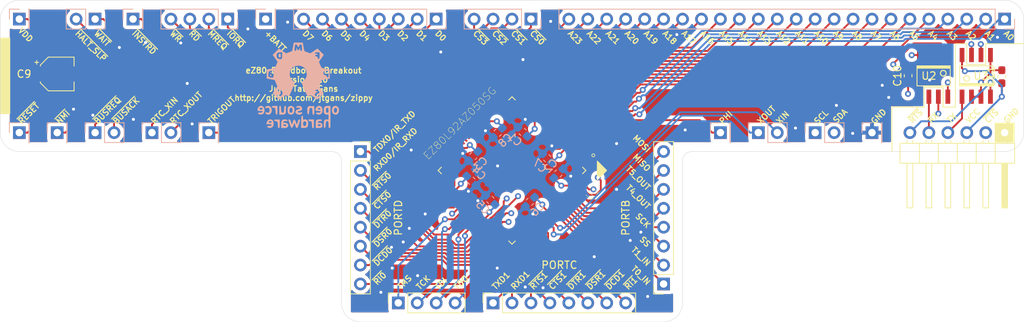
<source format=kicad_pcb>
(kicad_pcb (version 20171130) (host pcbnew "(5.1.4-0-10_14)")
  (layers (0 F.Cu signal) (1 In1.Cu signal) (2 In2.Cu signal) (31 B.Cu signal) (34 B.Paste user) (35 F.Paste user) (36 B.SilkS user) (37 F.SilkS user) (38 B.Mask user) (39 F.Mask user) (44 Edge.Cuts user))
  (net 0 "")
  (net 1 +3V3)
  (net 2 GND)
  (net 3 /ADDR23)
  (net 4 /ADDR22)
  (net 5 /ADDR21)
  (net 6 /ADDR20)
  (net 7 /ADDR19)
  (net 8 /ADDR18)
  (net 9 /ADDR17)
  (net 10 /ADDR16)
  (net 11 /ADDR15)
  (net 12 /ADDR14)
  (net 13 /ADDR13)
  (net 14 /ADDR12)
  (net 15 /ADDR11)
  (net 16 /ADDR10)
  (net 17 /ADDR9)
  (net 18 /ADDR8)
  (net 19 /ADDR7)
  (net 20 /ADDR6)
  (net 21 /ADDR5)
  (net 22 /ADDR4)
  (net 23 /ADDR3)
  (net 24 /ADDR2)
  (net 25 /ADDR1)
  (net 26 /ADDR0)
  (net 27 /SDA)
  (net 28 /SCL)
  (net 29 /RTC_XOUT)
  (net 30 /RTC_XIN)
  (net 31 /XOUT)
  (net 32 /XIN)
  (net 33 /~RESET)
  (net 34 /DATA7)
  (net 35 /DATA6)
  (net 36 /DATA5)
  (net 37 /DATA4)
  (net 38 /DATA3)
  (net 39 /DATA2)
  (net 40 /DATA1)
  (net 41 /DATA0)
  (net 42 /~CS3)
  (net 43 /~CS2)
  (net 44 /~CS1)
  (net 45 /~CS0)
  (net 46 /~WR)
  (net 47 /~RD)
  (net 48 /~MREQ)
  (net 49 /~IORQ)
  (net 50 /~INSTRD)
  (net 51 /~HALT_SLP)
  (net 52 /~WAIT)
  (net 53 /~BUSACK)
  (net 54 /~BUSREQ)
  (net 55 /~NMI)
  (net 56 /TDO)
  (net 57 /TDI)
  (net 58 /TCK)
  (net 59 /TMS)
  (net 60 /TRIGOUT)
  (net 61 /PHI)
  (net 62 +BATT)
  (net 63 /PD7)
  (net 64 /PD6)
  (net 65 /PD5)
  (net 66 /PD4)
  (net 67 /PD3)
  (net 68 /PD2)
  (net 69 /PD1)
  (net 70 /PD0)
  (net 71 /PC7)
  (net 72 /PC6)
  (net 73 /PC5)
  (net 74 /PC4)
  (net 75 /PC3)
  (net 76 /PC2)
  (net 77 /PC1)
  (net 78 /PC0)
  (net 79 /PB7)
  (net 80 /PB6)
  (net 81 /PB5)
  (net 82 /PB4)
  (net 83 /PB3)
  (net 84 /PB2)
  (net 85 /PB1)
  (net 86 /PB0)
  (net 87 /FTDI_GND)
  (net 88 /FTDI_VCC)
  (net 89 /~FTDI_RTS)
  (net 90 /FTDI_RX)
  (net 91 /FTDI_TX)
  (net 92 /~FTDI_CTS)
  (module footprints:oshw_small (layer B.Cu) (at 118.6688 62.1792 180)
    (fp_text reference G*** hide)
    (fp_text value LOGO hide)
  )
  (module footprints:SO-8 (layer F.Cu) (at 209.55 60.96)
    (fp_text reference U3 (at 0.635 0 180) (layer F.SilkS))
    (fp_text value "PC Powered")
    (pad 4 smd rect (at 1.905 2.795) (size 0.64 1.9) (layers F.Cu F.Paste F.Mask) (net 89 /~FTDI_RTS))
    (pad 5 smd rect (at 1.905 -2.795) (size 0.64 1.9) (layers F.Cu F.Paste F.Mask) (net 87 /FTDI_GND))
    (pad 3 smd rect (at 0.635 2.795) (size 0.64 1.9) (layers F.Cu F.Paste F.Mask) (net 87 /FTDI_GND))
    (pad 6 smd rect (at 0.635 -2.795) (size 0.64 1.9) (layers F.Cu F.Paste F.Mask) (net 67 /PD3))
    (pad 2 smd rect (at -0.635 2.795) (size 0.64 1.9) (layers F.Cu F.Paste F.Mask) (net 87 /FTDI_GND))
    (pad 7 smd rect (at -0.635 -2.795) (size 0.64 1.9) (layers F.Cu F.Paste F.Mask) (net 69 /PD1))
    (pad 1 smd rect (at -1.905 2.795) (size 0.64 1.9) (layers F.Cu F.Paste F.Mask) (net 91 /FTDI_TX))
    (pad 8 smd rect (at -1.905 -2.795) (size 0.64 1.9) (layers F.Cu F.Paste F.Mask) (net 88 /FTDI_VCC))
  )
  (module footprints:SO-8 (layer F.Cu) (at 203.835 60.96 180)
    (fp_text reference U2 (at 0.635 0 180) (layer F.SilkS))
    (fp_text value "BB Powered")
    (pad 4 smd rect (at 1.905 2.795 180) (size 0.64 1.9) (layers F.Cu F.Paste F.Mask) (net 70 /PD0))
    (pad 5 smd rect (at 1.905 -2.795 180) (size 0.64 1.9) (layers F.Cu F.Paste F.Mask) (net 2 GND))
    (pad 3 smd rect (at 0.635 2.795 180) (size 0.64 1.9) (layers F.Cu F.Paste F.Mask) (net 2 GND))
    (pad 6 smd rect (at 0.635 -2.795 180) (size 0.64 1.9) (layers F.Cu F.Paste F.Mask) (net 90 /FTDI_RX))
    (pad 2 smd rect (at -0.635 2.795 180) (size 0.64 1.9) (layers F.Cu F.Paste F.Mask) (net 2 GND))
    (pad 7 smd rect (at -0.635 -2.795 180) (size 0.64 1.9) (layers F.Cu F.Paste F.Mask) (net 92 /~FTDI_CTS))
    (pad 1 smd rect (at -1.905 2.795 180) (size 0.64 1.9) (layers F.Cu F.Paste F.Mask) (net 68 /PD2))
    (pad 8 smd rect (at -1.905 -2.795 180) (size 0.64 1.9) (layers F.Cu F.Paste F.Mask) (net 1 +3V3))
  )
  (module Capacitor_SMD:C_0603_1608Metric_Pad1.05x0.95mm_HandSolder (layer F.Cu) (at 212.979 61.073 90)
    (fp_text reference C11 (at 0 -1.43 90) (layer F.SilkS))
    (fp_text value 10nF)
    (pad 2 smd roundrect (at 0.875 0 90) (size 1.05 0.95) (layers F.Cu F.Paste F.Mask) (net 87 /FTDI_GND))
    (pad 1 smd roundrect (at -0.875 0 90) (size 1.05 0.95) (layers F.Cu F.Paste F.Mask) (net 88 /FTDI_VCC))
  )
  (module Capacitor_SMD:C_0603_1608Metric_Pad1.05x0.95mm_HandSolder (layer F.Cu) (at 200.42 60.946 90)
    (fp_text reference C10 (at 0 -1.43 90) (layer F.SilkS))
    (fp_text value 10nF)
    (pad 1 smd roundrect (at -0.875 0 90) (size 1.05 0.95) (layers F.Cu F.Paste F.Mask) (net 1 +3V3))
    (pad 2 smd roundrect (at 0.875 0 90) (size 1.05 0.95) (layers F.Cu F.Paste F.Mask) (net 2 GND))
  )
  (module Connector_PinSocket_2.54mm:PinSocket_1x08_P2.54mm_Vertical (layer F.Cu) (at 167.64 88.9 180)
    (fp_text reference J18 hide)
    (fp_text value PORTB (at 5.08 8.89 90) (layer F.SilkS))
    (pad 8 thru_hole oval (at 0 17.78 180) (size 1.7 1.7) (drill 1) (layers *.Cu *.Mask) (net 79 /PB7))
    (pad 7 thru_hole oval (at 0 15.24 180) (size 1.7 1.7) (drill 1) (layers *.Cu *.Mask) (net 80 /PB6))
    (pad 6 thru_hole oval (at 0 12.7 180) (size 1.7 1.7) (drill 1) (layers *.Cu *.Mask) (net 81 /PB5))
    (pad 5 thru_hole oval (at 0 10.16 180) (size 1.7 1.7) (drill 1) (layers *.Cu *.Mask) (net 82 /PB4))
    (pad 4 thru_hole oval (at 0 7.62 180) (size 1.7 1.7) (drill 1) (layers *.Cu *.Mask) (net 83 /PB3))
    (pad 3 thru_hole oval (at 0 5.08 180) (size 1.7 1.7) (drill 1) (layers *.Cu *.Mask) (net 84 /PB2))
    (pad 2 thru_hole oval (at 0 2.54 180) (size 1.7 1.7) (drill 1) (layers *.Cu *.Mask) (net 85 /PB1))
    (pad 1 thru_hole rect (at 0 0 180) (size 1.7 1.7) (drill 1) (layers *.Cu *.Mask) (net 86 /PB0))
  )
  (module Connector_PinSocket_2.54mm:PinSocket_1x08_P2.54mm_Vertical (layer F.Cu) (at 144.78 91.44 90)
    (fp_text reference J2 hide)
    (fp_text value PORTC (at 5.08 8.89 180) (layer F.SilkS))
    (pad 8 thru_hole oval (at 0 17.78 90) (size 1.7 1.7) (drill 1) (layers *.Cu *.Mask) (net 71 /PC7))
    (pad 7 thru_hole oval (at 0 15.24 90) (size 1.7 1.7) (drill 1) (layers *.Cu *.Mask) (net 72 /PC6))
    (pad 6 thru_hole oval (at 0 12.7 90) (size 1.7 1.7) (drill 1) (layers *.Cu *.Mask) (net 73 /PC5))
    (pad 5 thru_hole oval (at 0 10.16 90) (size 1.7 1.7) (drill 1) (layers *.Cu *.Mask) (net 74 /PC4))
    (pad 4 thru_hole oval (at 0 7.62 90) (size 1.7 1.7) (drill 1) (layers *.Cu *.Mask) (net 75 /PC3))
    (pad 3 thru_hole oval (at 0 5.08 90) (size 1.7 1.7) (drill 1) (layers *.Cu *.Mask) (net 76 /PC2))
    (pad 2 thru_hole oval (at 0 2.54 90) (size 1.7 1.7) (drill 1) (layers *.Cu *.Mask) (net 77 /PC1))
    (pad 1 thru_hole rect (at 0 0 90) (size 1.7 1.7) (drill 1) (layers *.Cu *.Mask) (net 78 /PC0))
  )
  (module EZ80L92AZ050SG:QFP50P1600X1600X160-100N (layer F.Cu) (at 147.32 73.66 225)
    (fp_text reference U1 (at -5.46132 -9.83136 45) (layer F.SilkS) (effects (font (size 1.00116 1.00116) (thickness 0.05))))
    (fp_text value EZ80L92AZ050SG (at 0.449013 9.429269 45) (layer F.SilkS) (effects (font (size 1.00278 1.00278) (thickness 0.05))))
    (pad 75 smd rect (at 7.725 -6 225) (size 1.42 0.27) (layers F.Cu F.Paste F.Mask) (net 63 /PD7))
    (pad 74 smd rect (at 7.725 -5.5 225) (size 1.42 0.27) (layers F.Cu F.Paste F.Mask) (net 64 /PD6))
    (pad 73 smd rect (at 7.725 -5 225) (size 1.42 0.27) (layers F.Cu F.Paste F.Mask) (net 65 /PD5))
    (pad 72 smd rect (at 7.725 -4.5 225) (size 1.42 0.27) (layers F.Cu F.Paste F.Mask) (net 66 /PD4))
    (pad 71 smd rect (at 7.725 -4 225) (size 1.42 0.27) (layers F.Cu F.Paste F.Mask) (net 67 /PD3))
    (pad 70 smd rect (at 7.725 -3.5 225) (size 1.42 0.27) (layers F.Cu F.Paste F.Mask) (net 68 /PD2))
    (pad 69 smd rect (at 7.725 -3 225) (size 1.42 0.27) (layers F.Cu F.Paste F.Mask) (net 69 /PD1))
    (pad 68 smd rect (at 7.725 -2.5 225) (size 1.42 0.27) (layers F.Cu F.Paste F.Mask) (net 70 /PD0))
    (pad 67 smd rect (at 7.725 -2 225) (size 1.42 0.27) (layers F.Cu F.Paste F.Mask) (net 1 +3V3))
    (pad 66 smd rect (at 7.725 -1.5 225) (size 1.42 0.27) (layers F.Cu F.Paste F.Mask) (net 56 /TDO))
    (pad 65 smd rect (at 7.725 -1 225) (size 1.42 0.27) (layers F.Cu F.Paste F.Mask) (net 57 /TDI))
    (pad 64 smd rect (at 7.725 -0.5 225) (size 1.42 0.27) (layers F.Cu F.Paste F.Mask) (net 60 /TRIGOUT))
    (pad 63 smd rect (at 7.725 0 225) (size 1.42 0.27) (layers F.Cu F.Paste F.Mask) (net 58 /TCK))
    (pad 62 smd rect (at 7.725 0.5 225) (size 1.42 0.27) (layers F.Cu F.Paste F.Mask) (net 59 /TMS))
    (pad 61 smd rect (at 7.725 1 225) (size 1.42 0.27) (layers F.Cu F.Paste F.Mask) (net 2 GND))
    (pad 60 smd rect (at 7.725 1.5 225) (size 1.42 0.27) (layers F.Cu F.Paste F.Mask) (net 62 +BATT))
    (pad 59 smd rect (at 7.725 2 225) (size 1.42 0.27) (layers F.Cu F.Paste F.Mask) (net 29 /RTC_XOUT))
    (pad 58 smd rect (at 7.725 2.5 225) (size 1.42 0.27) (layers F.Cu F.Paste F.Mask) (net 30 /RTC_XIN))
    (pad 57 smd rect (at 7.725 3 225) (size 1.42 0.27) (layers F.Cu F.Paste F.Mask) (net 2 GND))
    (pad 56 smd rect (at 7.725 3.5 225) (size 1.42 0.27) (layers F.Cu F.Paste F.Mask) (net 1 +3V3))
    (pad 55 smd rect (at 7.725 4 225) (size 1.42 0.27) (layers F.Cu F.Paste F.Mask) (net 51 /~HALT_SLP))
    (pad 54 smd rect (at 7.725 4.5 225) (size 1.42 0.27) (layers F.Cu F.Paste F.Mask) (net 53 /~BUSACK))
    (pad 53 smd rect (at 7.725 5 225) (size 1.42 0.27) (layers F.Cu F.Paste F.Mask) (net 54 /~BUSREQ))
    (pad 52 smd rect (at 7.725 5.5 225) (size 1.42 0.27) (layers F.Cu F.Paste F.Mask) (net 55 /~NMI))
    (pad 51 smd rect (at 7.725 6 225) (size 1.42 0.27) (layers F.Cu F.Paste F.Mask) (net 33 /~RESET))
    (pad 25 smd rect (at -7.725 6 225) (size 1.42 0.27) (layers F.Cu F.Paste F.Mask) (net 6 /ADDR20))
    (pad 24 smd rect (at -7.725 5.5 225) (size 1.42 0.27) (layers F.Cu F.Paste F.Mask) (net 7 /ADDR19))
    (pad 23 smd rect (at -7.725 5 225) (size 1.42 0.27) (layers F.Cu F.Paste F.Mask) (net 8 /ADDR18))
    (pad 22 smd rect (at -7.725 4.5 225) (size 1.42 0.27) (layers F.Cu F.Paste F.Mask) (net 9 /ADDR17))
    (pad 21 smd rect (at -7.725 4 225) (size 1.42 0.27) (layers F.Cu F.Paste F.Mask) (net 10 /ADDR16))
    (pad 20 smd rect (at -7.725 3.5 225) (size 1.42 0.27) (layers F.Cu F.Paste F.Mask) (net 11 /ADDR15))
    (pad 19 smd rect (at -7.725 3 225) (size 1.42 0.27) (layers F.Cu F.Paste F.Mask) (net 2 GND))
    (pad 18 smd rect (at -7.725 2.5 225) (size 1.42 0.27) (layers F.Cu F.Paste F.Mask) (net 1 +3V3))
    (pad 17 smd rect (at -7.725 2 225) (size 1.42 0.27) (layers F.Cu F.Paste F.Mask) (net 12 /ADDR14))
    (pad 16 smd rect (at -7.725 1.5 225) (size 1.42 0.27) (layers F.Cu F.Paste F.Mask) (net 13 /ADDR13))
    (pad 15 smd rect (at -7.725 1 225) (size 1.42 0.27) (layers F.Cu F.Paste F.Mask) (net 14 /ADDR12))
    (pad 14 smd rect (at -7.725 0.5 225) (size 1.42 0.27) (layers F.Cu F.Paste F.Mask) (net 15 /ADDR11))
    (pad 13 smd rect (at -7.725 0 225) (size 1.42 0.27) (layers F.Cu F.Paste F.Mask) (net 16 /ADDR10))
    (pad 12 smd rect (at -7.725 -0.5 225) (size 1.42 0.27) (layers F.Cu F.Paste F.Mask) (net 17 /ADDR9))
    (pad 11 smd rect (at -7.725 -1 225) (size 1.42 0.27) (layers F.Cu F.Paste F.Mask) (net 18 /ADDR8))
    (pad 10 smd rect (at -7.725 -1.5 225) (size 1.42 0.27) (layers F.Cu F.Paste F.Mask) (net 19 /ADDR7))
    (pad 9 smd rect (at -7.725 -2 225) (size 1.42 0.27) (layers F.Cu F.Paste F.Mask) (net 20 /ADDR6))
    (pad 8 smd rect (at -7.725 -2.5 225) (size 1.42 0.27) (layers F.Cu F.Paste F.Mask) (net 2 GND))
    (pad 7 smd rect (at -7.725 -3 225) (size 1.42 0.27) (layers F.Cu F.Paste F.Mask) (net 1 +3V3))
    (pad 6 smd rect (at -7.725 -3.5 225) (size 1.42 0.27) (layers F.Cu F.Paste F.Mask) (net 21 /ADDR5))
    (pad 5 smd rect (at -7.725 -4 225) (size 1.42 0.27) (layers F.Cu F.Paste F.Mask) (net 22 /ADDR4))
    (pad 4 smd rect (at -7.725 -4.5 225) (size 1.42 0.27) (layers F.Cu F.Paste F.Mask) (net 23 /ADDR3))
    (pad 3 smd rect (at -7.725 -5 225) (size 1.42 0.27) (layers F.Cu F.Paste F.Mask) (net 24 /ADDR2))
    (pad 2 smd rect (at -7.725 -5.5 225) (size 1.42 0.27) (layers F.Cu F.Paste F.Mask) (net 25 /ADDR1))
    (pad 1 smd rect (at -7.725 -6 225) (size 1.42 0.27) (layers F.Cu F.Paste F.Mask) (net 26 /ADDR0))
    (pad 100 smd rect (at -6 -7.725 315) (size 1.42 0.27) (layers F.Cu F.Paste F.Mask) (net 61 /PHI))
    (pad 99 smd rect (at -5.5 -7.725 315) (size 1.42 0.27) (layers F.Cu F.Paste F.Mask) (net 28 /SCL))
    (pad 98 smd rect (at -5 -7.725 315) (size 1.42 0.27) (layers F.Cu F.Paste F.Mask) (net 27 /SDA))
    (pad 97 smd rect (at -4.5 -7.725 315) (size 1.42 0.27) (layers F.Cu F.Paste F.Mask) (net 2 GND))
    (pad 96 smd rect (at -4 -7.725 315) (size 1.42 0.27) (layers F.Cu F.Paste F.Mask) (net 1 +3V3))
    (pad 95 smd rect (at -3.5 -7.725 315) (size 1.42 0.27) (layers F.Cu F.Paste F.Mask) (net 79 /PB7))
    (pad 94 smd rect (at -3 -7.725 315) (size 1.42 0.27) (layers F.Cu F.Paste F.Mask) (net 80 /PB6))
    (pad 93 smd rect (at -2.5 -7.725 315) (size 1.42 0.27) (layers F.Cu F.Paste F.Mask) (net 81 /PB5))
    (pad 92 smd rect (at -2 -7.725 315) (size 1.42 0.27) (layers F.Cu F.Paste F.Mask) (net 82 /PB4))
    (pad 91 smd rect (at -1.5 -7.725 315) (size 1.42 0.27) (layers F.Cu F.Paste F.Mask) (net 83 /PB3))
    (pad 90 smd rect (at -1 -7.725 315) (size 1.42 0.27) (layers F.Cu F.Paste F.Mask) (net 84 /PB2))
    (pad 89 smd rect (at -0.5 -7.725 315) (size 1.42 0.27) (layers F.Cu F.Paste F.Mask) (net 85 /PB1))
    (pad 88 smd rect (at 0 -7.725 315) (size 1.42 0.27) (layers F.Cu F.Paste F.Mask) (net 86 /PB0))
    (pad 87 smd rect (at 0.5 -7.725 315) (size 1.42 0.27) (layers F.Cu F.Paste F.Mask) (net 1 +3V3))
    (pad 86 smd rect (at 1 -7.725 315) (size 1.42 0.27) (layers F.Cu F.Paste F.Mask) (net 31 /XOUT))
    (pad 85 smd rect (at 1.5 -7.725 315) (size 1.42 0.27) (layers F.Cu F.Paste F.Mask) (net 32 /XIN))
    (pad 84 smd rect (at 2 -7.725 315) (size 1.42 0.27) (layers F.Cu F.Paste F.Mask) (net 2 GND))
    (pad 83 smd rect (at 2.5 -7.725 315) (size 1.42 0.27) (layers F.Cu F.Paste F.Mask) (net 71 /PC7))
    (pad 82 smd rect (at 3 -7.725 315) (size 1.42 0.27) (layers F.Cu F.Paste F.Mask) (net 72 /PC6))
    (pad 81 smd rect (at 3.5 -7.725 315) (size 1.42 0.27) (layers F.Cu F.Paste F.Mask) (net 73 /PC5))
    (pad 80 smd rect (at 4 -7.725 315) (size 1.42 0.27) (layers F.Cu F.Paste F.Mask) (net 74 /PC4))
    (pad 79 smd rect (at 4.5 -7.725 315) (size 1.42 0.27) (layers F.Cu F.Paste F.Mask) (net 75 /PC3))
    (pad 78 smd rect (at 5 -7.725 315) (size 1.42 0.27) (layers F.Cu F.Paste F.Mask) (net 76 /PC2))
    (pad 77 smd rect (at 5.5 -7.725 315) (size 1.42 0.27) (layers F.Cu F.Paste F.Mask) (net 77 /PC1))
    (pad 76 smd rect (at 6 -7.725 315) (size 1.42 0.27) (layers F.Cu F.Paste F.Mask) (net 78 /PC0))
    (pad 50 smd rect (at 6 7.725 315) (size 1.42 0.27) (layers F.Cu F.Paste F.Mask) (net 52 /~WAIT))
    (pad 49 smd rect (at 5.5 7.725 315) (size 1.42 0.27) (layers F.Cu F.Paste F.Mask) (net 50 /~INSTRD))
    (pad 48 smd rect (at 5 7.725 315) (size 1.42 0.27) (layers F.Cu F.Paste F.Mask) (net 46 /~WR))
    (pad 47 smd rect (at 4.5 7.725 315) (size 1.42 0.27) (layers F.Cu F.Paste F.Mask) (net 47 /~RD))
    (pad 46 smd rect (at 4 7.725 315) (size 1.42 0.27) (layers F.Cu F.Paste F.Mask) (net 48 /~MREQ))
    (pad 45 smd rect (at 3.5 7.725 315) (size 1.42 0.27) (layers F.Cu F.Paste F.Mask) (net 49 /~IORQ))
    (pad 44 smd rect (at 3 7.725 315) (size 1.42 0.27) (layers F.Cu F.Paste F.Mask) (net 2 GND))
    (pad 43 smd rect (at 2.5 7.725 315) (size 1.42 0.27) (layers F.Cu F.Paste F.Mask) (net 1 +3V3))
    (pad 42 smd rect (at 2 7.725 315) (size 1.42 0.27) (layers F.Cu F.Paste F.Mask) (net 34 /DATA7))
    (pad 41 smd rect (at 1.5 7.725 315) (size 1.42 0.27) (layers F.Cu F.Paste F.Mask) (net 35 /DATA6))
    (pad 40 smd rect (at 1 7.725 315) (size 1.42 0.27) (layers F.Cu F.Paste F.Mask) (net 36 /DATA5))
    (pad 39 smd rect (at 0.5 7.725 315) (size 1.42 0.27) (layers F.Cu F.Paste F.Mask) (net 37 /DATA4))
    (pad 38 smd rect (at 0 7.725 315) (size 1.42 0.27) (layers F.Cu F.Paste F.Mask) (net 38 /DATA3))
    (pad 37 smd rect (at -0.5 7.725 315) (size 1.42 0.27) (layers F.Cu F.Paste F.Mask) (net 39 /DATA2))
    (pad 36 smd rect (at -1 7.725 315) (size 1.42 0.27) (layers F.Cu F.Paste F.Mask) (net 40 /DATA1))
    (pad 35 smd rect (at -1.5 7.725 315) (size 1.42 0.27) (layers F.Cu F.Paste F.Mask) (net 41 /DATA0))
    (pad 34 smd rect (at -2 7.725 315) (size 1.42 0.27) (layers F.Cu F.Paste F.Mask) (net 2 GND))
    (pad 33 smd rect (at -2.5 7.725 315) (size 1.42 0.27) (layers F.Cu F.Paste F.Mask) (net 1 +3V3))
    (pad 32 smd rect (at -3 7.725 315) (size 1.42 0.27) (layers F.Cu F.Paste F.Mask) (net 42 /~CS3))
    (pad 31 smd rect (at -3.5 7.725 315) (size 1.42 0.27) (layers F.Cu F.Paste F.Mask) (net 43 /~CS2))
    (pad 30 smd rect (at -4 7.725 315) (size 1.42 0.27) (layers F.Cu F.Paste F.Mask) (net 44 /~CS1))
    (pad 29 smd rect (at -4.5 7.725 315) (size 1.42 0.27) (layers F.Cu F.Paste F.Mask) (net 45 /~CS0))
    (pad 28 smd rect (at -5 7.725 315) (size 1.42 0.27) (layers F.Cu F.Paste F.Mask) (net 3 /ADDR23))
    (pad 27 smd rect (at -5.5 7.725 315) (size 1.42 0.27) (layers F.Cu F.Paste F.Mask) (net 4 /ADDR22))
    (pad 26 smd rect (at -6 7.725 315) (size 1.42 0.27) (layers F.Cu F.Paste F.Mask) (net 5 /ADDR21))
  )
  (module Connector_PinHeader_2.54mm:PinHeader_1x06_P2.54mm_Horizontal (layer F.Cu) (at 213.36 68.58 270)
    (fp_text reference J22 hide)
    (fp_text value TTY hide)
    (pad 6 thru_hole oval (at 0 12.7 270) (size 1.7 1.7) (drill 1) (layers *.Cu *.Mask) (net 89 /~FTDI_RTS))
    (pad 5 thru_hole oval (at 0 10.16 270) (size 1.7 1.7) (drill 1) (layers *.Cu *.Mask) (net 90 /FTDI_RX))
    (pad 4 thru_hole oval (at 0 7.62 270) (size 1.7 1.7) (drill 1) (layers *.Cu *.Mask) (net 91 /FTDI_TX))
    (pad 3 thru_hole oval (at 0 5.08 270) (size 1.7 1.7) (drill 1) (layers *.Cu *.Mask) (net 88 /FTDI_VCC))
    (pad 2 thru_hole oval (at 0 2.54 270) (size 1.7 1.7) (drill 1) (layers *.Cu *.Mask) (net 92 /~FTDI_CTS))
    (pad 1 thru_hole rect (at 0 0 270) (size 1.7 1.7) (drill 1) (layers *.Cu *.Mask) (net 87 /FTDI_GND))
  )
  (module Connector_PinHeader_2.54mm:PinHeader_1x01_P2.54mm_Vertical (layer B.Cu) (at 195.58 68.58 270)
    (fp_text reference J21 hide)
    (fp_text value GND (at -1.27 0 225) (layer F.SilkS) (effects (font (size 0.762 0.762)) (justify left)))
    (pad 1 thru_hole rect (at 0 0 270) (size 1.7 1.7) (drill 1) (layers *.Cu *.Mask) (net 2 GND))
  )
  (module Connector_PinHeader_2.54mm:PinHeader_1x01_P2.54mm_Vertical (layer B.Cu) (at 114.3 53.34 270)
    (fp_text reference J20 hide)
    (fp_text value RTC_VDD hide)
    (pad 1 thru_hole rect (at 0 0 270) (size 1.7 1.7) (drill 1) (layers *.Cu *.Mask) (net 62 +BATT))
  )
  (module Connector_PinHeader_2.54mm:PinHeader_1x01_P2.54mm_Vertical (layer B.Cu) (at 81.28 53.34 270)
    (fp_text reference J19 hide)
    (fp_text value VDD (at 1.27 0 -45) (layer F.SilkS) (effects (font (size 0.762 0.762)) (justify left)))
    (pad 1 thru_hole rect (at 0 0 270) (size 1.7 1.7) (drill 1) (layers *.Cu *.Mask) (net 1 +3V3))
  )
  (module Connector_PinHeader_2.54mm:PinHeader_1x01_P2.54mm_Vertical (layer B.Cu) (at 175.26 68.58 270)
    (fp_text reference J17 hide)
    (fp_text value PHI hide)
    (pad 1 thru_hole rect (at 0 0 270) (size 1.7 1.7) (drill 1) (layers *.Cu *.Mask) (net 61 /PHI))
  )
  (module Connector_PinHeader_2.54mm:PinHeader_1x01_P2.54mm_Vertical (layer B.Cu) (at 106.68 68.58 270)
    (fp_text reference J16 hide)
    (fp_text value TRIGOUT hide)
    (pad 1 thru_hole rect (at 0 0 270) (size 1.7 1.7) (drill 1) (layers *.Cu *.Mask) (net 60 /TRIGOUT))
  )
  (module Connector_PinSocket_2.54mm:PinSocket_1x04_P2.54mm_Vertical (layer F.Cu) (at 132.08 91.44 90)
    (fp_text reference J15 hide)
    (fp_text value ZDI hide)
    (pad 4 thru_hole oval (at 0 7.62 90) (size 1.7 1.7) (drill 1) (layers *.Cu *.Mask) (net 56 /TDO))
    (pad 3 thru_hole oval (at 0 5.08 90) (size 1.7 1.7) (drill 1) (layers *.Cu *.Mask) (net 57 /TDI))
    (pad 2 thru_hole oval (at 0 2.54 90) (size 1.7 1.7) (drill 1) (layers *.Cu *.Mask) (net 58 /TCK))
    (pad 1 thru_hole rect (at 0 0 90) (size 1.7 1.7) (drill 1) (layers *.Cu *.Mask) (net 59 /TMS))
  )
  (module Connector_PinHeader_2.54mm:PinHeader_1x01_P2.54mm_Vertical (layer B.Cu) (at 86.36 68.58 270)
    (fp_text reference J14 hide)
    (fp_text value ~NMI hide)
    (pad 1 thru_hole rect (at 0 0 270) (size 1.7 1.7) (drill 1) (layers *.Cu *.Mask) (net 55 /~NMI))
  )
  (module Connector_PinHeader_2.54mm:PinHeader_1x02_P2.54mm_Vertical (layer B.Cu) (at 91.44 68.58 270)
    (fp_text reference J13 hide)
    (fp_text value ~BUSREQACK hide)
    (pad 2 thru_hole oval (at 0 -2.54 270) (size 1.7 1.7) (drill 1) (layers *.Cu *.Mask) (net 53 /~BUSACK))
    (pad 1 thru_hole rect (at 0 0 270) (size 1.7 1.7) (drill 1) (layers *.Cu *.Mask) (net 54 /~BUSREQ))
  )
  (module Connector_PinHeader_2.54mm:PinHeader_1x02_P2.54mm_Vertical (layer B.Cu) (at 91.44 53.34 90)
    (fp_text reference J12 hide)
    (fp_text value ~WAIT hide)
    (pad 2 thru_hole oval (at 0 -2.54 90) (size 1.7 1.7) (drill 1) (layers *.Cu *.Mask) (net 51 /~HALT_SLP))
    (pad 1 thru_hole rect (at 0 0 90) (size 1.7 1.7) (drill 1) (layers *.Cu *.Mask) (net 52 /~WAIT))
  )
  (module Connector_PinHeader_2.54mm:PinHeader_1x01_P2.54mm_Vertical (layer B.Cu) (at 96.52 53.34 270)
    (fp_text reference J11 hide)
    (fp_text value ~INSTRD hide)
    (pad 1 thru_hole rect (at 0 0 270) (size 1.7 1.7) (drill 1) (layers *.Cu *.Mask) (net 50 /~INSTRD))
  )
  (module Connector_PinHeader_2.54mm:PinHeader_1x04_P2.54mm_Vertical (layer B.Cu) (at 109.22 53.34 90)
    (fp_text reference J10 hide)
    (fp_text value "IRQ & Mem" hide)
    (pad 4 thru_hole oval (at 0 -7.62 90) (size 1.7 1.7) (drill 1) (layers *.Cu *.Mask) (net 46 /~WR))
    (pad 3 thru_hole oval (at 0 -5.08 90) (size 1.7 1.7) (drill 1) (layers *.Cu *.Mask) (net 47 /~RD))
    (pad 2 thru_hole oval (at 0 -2.54 90) (size 1.7 1.7) (drill 1) (layers *.Cu *.Mask) (net 48 /~MREQ))
    (pad 1 thru_hole rect (at 0 0 90) (size 1.7 1.7) (drill 1) (layers *.Cu *.Mask) (net 49 /~IORQ))
  )
  (module Connector_PinHeader_2.54mm:PinHeader_1x04_P2.54mm_Vertical (layer B.Cu) (at 149.86 53.34 90)
    (fp_text reference J9 hide)
    (fp_text value ~CS[0..3] hide)
    (pad 4 thru_hole oval (at 0 -7.62 90) (size 1.7 1.7) (drill 1) (layers *.Cu *.Mask) (net 42 /~CS3))
    (pad 3 thru_hole oval (at 0 -5.08 90) (size 1.7 1.7) (drill 1) (layers *.Cu *.Mask) (net 43 /~CS2))
    (pad 2 thru_hole oval (at 0 -2.54 90) (size 1.7 1.7) (drill 1) (layers *.Cu *.Mask) (net 44 /~CS1))
    (pad 1 thru_hole rect (at 0 0 90) (size 1.7 1.7) (drill 1) (layers *.Cu *.Mask) (net 45 /~CS0))
  )
  (module Connector_PinHeader_2.54mm:PinHeader_1x08_P2.54mm_Vertical (layer B.Cu) (at 137.16 53.34 90)
    (fp_text reference J8 hide)
    (fp_text value DATA[0..7] hide)
    (pad 8 thru_hole oval (at 0 -17.78 90) (size 1.7 1.7) (drill 1) (layers *.Cu *.Mask) (net 34 /DATA7))
    (pad 7 thru_hole oval (at 0 -15.24 90) (size 1.7 1.7) (drill 1) (layers *.Cu *.Mask) (net 35 /DATA6))
    (pad 6 thru_hole oval (at 0 -12.7 90) (size 1.7 1.7) (drill 1) (layers *.Cu *.Mask) (net 36 /DATA5))
    (pad 5 thru_hole oval (at 0 -10.16 90) (size 1.7 1.7) (drill 1) (layers *.Cu *.Mask) (net 37 /DATA4))
    (pad 4 thru_hole oval (at 0 -7.62 90) (size 1.7 1.7) (drill 1) (layers *.Cu *.Mask) (net 38 /DATA3))
    (pad 3 thru_hole oval (at 0 -5.08 90) (size 1.7 1.7) (drill 1) (layers *.Cu *.Mask) (net 39 /DATA2))
    (pad 2 thru_hole oval (at 0 -2.54 90) (size 1.7 1.7) (drill 1) (layers *.Cu *.Mask) (net 40 /DATA1))
    (pad 1 thru_hole rect (at 0 0 90) (size 1.7 1.7) (drill 1) (layers *.Cu *.Mask) (net 41 /DATA0))
  )
  (module Connector_PinHeader_2.54mm:PinHeader_1x01_P2.54mm_Vertical (layer B.Cu) (at 81.28 68.58 270)
    (fp_text reference J7 hide)
    (fp_text value ~RESET hide)
    (pad 1 thru_hole rect (at 0 0 270) (size 1.7 1.7) (drill 1) (layers *.Cu *.Mask) (net 33 /~RESET))
  )
  (module Connector_PinHeader_2.54mm:PinHeader_1x02_P2.54mm_Vertical (layer B.Cu) (at 180.34 68.58 270)
    (fp_text reference J6 hide)
    (fp_text value XINOUT hide)
    (pad 2 thru_hole oval (at 0 -2.54 270) (size 1.7 1.7) (drill 1) (layers *.Cu *.Mask) (net 31 /XOUT))
    (pad 1 thru_hole rect (at 0 0 270) (size 1.7 1.7) (drill 1) (layers *.Cu *.Mask) (net 32 /XIN))
  )
  (module Connector_PinHeader_2.54mm:PinHeader_1x02_P2.54mm_Vertical (layer B.Cu) (at 99.06 68.58 270)
    (fp_text reference J5 hide)
    (fp_text value RTC_XINOUT hide)
    (pad 2 thru_hole oval (at 0 -2.54 270) (size 1.7 1.7) (drill 1) (layers *.Cu *.Mask) (net 29 /RTC_XOUT))
    (pad 1 thru_hole rect (at 0 0 270) (size 1.7 1.7) (drill 1) (layers *.Cu *.Mask) (net 30 /RTC_XIN))
  )
  (module Connector_PinHeader_2.54mm:PinHeader_1x02_P2.54mm_Vertical (layer B.Cu) (at 187.96 68.58 270)
    (fp_text reference J4 hide)
    (fp_text value I2C hide)
    (pad 2 thru_hole oval (at 0 -2.54 270) (size 1.7 1.7) (drill 1) (layers *.Cu *.Mask) (net 27 /SDA))
    (pad 1 thru_hole rect (at 0 0 270) (size 1.7 1.7) (drill 1) (layers *.Cu *.Mask) (net 28 /SCL))
  )
  (module Connector_PinHeader_2.54mm:PinHeader_1x24_P2.54mm_Vertical (layer B.Cu) (at 213.36 53.34 90)
    (fp_text reference J3 hide)
    (fp_text value ADDR[0..23] hide)
    (pad 24 thru_hole oval (at 0 -58.42 90) (size 1.7 1.7) (drill 1) (layers *.Cu *.Mask) (net 3 /ADDR23))
    (pad 23 thru_hole oval (at 0 -55.88 90) (size 1.7 1.7) (drill 1) (layers *.Cu *.Mask) (net 4 /ADDR22))
    (pad 22 thru_hole oval (at 0 -53.34 90) (size 1.7 1.7) (drill 1) (layers *.Cu *.Mask) (net 5 /ADDR21))
    (pad 21 thru_hole oval (at 0 -50.8 90) (size 1.7 1.7) (drill 1) (layers *.Cu *.Mask) (net 6 /ADDR20))
    (pad 20 thru_hole oval (at 0 -48.26 90) (size 1.7 1.7) (drill 1) (layers *.Cu *.Mask) (net 7 /ADDR19))
    (pad 19 thru_hole oval (at 0 -45.72 90) (size 1.7 1.7) (drill 1) (layers *.Cu *.Mask) (net 8 /ADDR18))
    (pad 18 thru_hole oval (at 0 -43.18 90) (size 1.7 1.7) (drill 1) (layers *.Cu *.Mask) (net 9 /ADDR17))
    (pad 17 thru_hole oval (at 0 -40.64 90) (size 1.7 1.7) (drill 1) (layers *.Cu *.Mask) (net 10 /ADDR16))
    (pad 16 thru_hole oval (at 0 -38.1 90) (size 1.7 1.7) (drill 1) (layers *.Cu *.Mask) (net 11 /ADDR15))
    (pad 15 thru_hole oval (at 0 -35.56 90) (size 1.7 1.7) (drill 1) (layers *.Cu *.Mask) (net 12 /ADDR14))
    (pad 14 thru_hole oval (at 0 -33.02 90) (size 1.7 1.7) (drill 1) (layers *.Cu *.Mask) (net 13 /ADDR13))
    (pad 13 thru_hole oval (at 0 -30.48 90) (size 1.7 1.7) (drill 1) (layers *.Cu *.Mask) (net 14 /ADDR12))
    (pad 12 thru_hole oval (at 0 -27.94 90) (size 1.7 1.7) (drill 1) (layers *.Cu *.Mask) (net 15 /ADDR11))
    (pad 11 thru_hole oval (at 0 -25.4 90) (size 1.7 1.7) (drill 1) (layers *.Cu *.Mask) (net 16 /ADDR10))
    (pad 10 thru_hole oval (at 0 -22.86 90) (size 1.7 1.7) (drill 1) (layers *.Cu *.Mask) (net 17 /ADDR9))
    (pad 9 thru_hole oval (at 0 -20.32 90) (size 1.7 1.7) (drill 1) (layers *.Cu *.Mask) (net 18 /ADDR8))
    (pad 8 thru_hole oval (at 0 -17.78 90) (size 1.7 1.7) (drill 1) (layers *.Cu *.Mask) (net 19 /ADDR7))
    (pad 7 thru_hole oval (at 0 -15.24 90) (size 1.7 1.7) (drill 1) (layers *.Cu *.Mask) (net 20 /ADDR6))
    (pad 6 thru_hole oval (at 0 -12.7 90) (size 1.7 1.7) (drill 1) (layers *.Cu *.Mask) (net 21 /ADDR5))
    (pad 5 thru_hole oval (at 0 -10.16 90) (size 1.7 1.7) (drill 1) (layers *.Cu *.Mask) (net 22 /ADDR4))
    (pad 4 thru_hole oval (at 0 -7.62 90) (size 1.7 1.7) (drill 1) (layers *.Cu *.Mask) (net 23 /ADDR3))
    (pad 3 thru_hole oval (at 0 -5.08 90) (size 1.7 1.7) (drill 1) (layers *.Cu *.Mask) (net 24 /ADDR2))
    (pad 2 thru_hole oval (at 0 -2.54 90) (size 1.7 1.7) (drill 1) (layers *.Cu *.Mask) (net 25 /ADDR1))
    (pad 1 thru_hole rect (at 0 0 90) (size 1.7 1.7) (drill 1) (layers *.Cu *.Mask) (net 26 /ADDR0))
  )
  (module Connector_PinSocket_2.54mm:PinSocket_1x08_P2.54mm_Vertical (layer F.Cu) (at 127 71.12)
    (fp_text reference J1 hide)
    (fp_text value PORTD (at 5.08 8.89 90) (layer F.SilkS))
    (pad 8 thru_hole oval (at 0 17.78) (size 1.7 1.7) (drill 1) (layers *.Cu *.Mask) (net 63 /PD7))
    (pad 7 thru_hole oval (at 0 15.24) (size 1.7 1.7) (drill 1) (layers *.Cu *.Mask) (net 64 /PD6))
    (pad 6 thru_hole oval (at 0 12.7) (size 1.7 1.7) (drill 1) (layers *.Cu *.Mask) (net 65 /PD5))
    (pad 5 thru_hole oval (at 0 10.16) (size 1.7 1.7) (drill 1) (layers *.Cu *.Mask) (net 66 /PD4))
    (pad 4 thru_hole oval (at 0 7.62) (size 1.7 1.7) (drill 1) (layers *.Cu *.Mask) (net 67 /PD3))
    (pad 3 thru_hole oval (at 0 5.08) (size 1.7 1.7) (drill 1) (layers *.Cu *.Mask) (net 68 /PD2))
    (pad 2 thru_hole oval (at 0 2.54) (size 1.7 1.7) (drill 1) (layers *.Cu *.Mask) (net 69 /PD1))
    (pad 1 thru_hole rect (at 0 0) (size 1.7 1.7) (drill 1) (layers *.Cu *.Mask) (net 70 /PD0))
  )
  (module Capacitor_SMD:CP_Elec_4x4.5 (layer F.Cu) (at 86.36 60.706)
    (fp_text reference C9 (at -4.445 0) (layer F.SilkS))
    (fp_text value 1uF)
    (pad 2 smd roundrect (at 1.8 0) (size 2.6 1.6) (layers F.Cu F.Paste F.Mask) (roundrect_rratio 0.15625) (net 2 GND))
    (pad 1 smd roundrect (at -1.8 0) (size 2.6 1.6) (layers F.Cu F.Paste F.Mask) (roundrect_rratio 0.15625) (net 1 +3V3))
  )
  (module Capacitor_SMD:C_0603_1608Metric_Pad1.05x0.95mm_HandSolder (layer B.Cu) (at 145.398718 68.596282 45)
    (fp_text reference C8 (at 0 1.43 45) (layer B.SilkS) (effects (justify mirror)))
    (fp_text value 10nF)
    (pad 2 smd roundrect (at 0.875 0 45) (size 1.05 0.95) (layers B.Cu B.Paste B.Mask) (net 1 +3V3))
    (pad 1 smd roundrect (at -0.875 0 45) (size 1.05 0.95) (layers B.Cu B.Paste B.Mask) (net 2 GND))
  )
  (module Capacitor_SMD:C_0603_1608Metric_Pad1.05x0.95mm_HandSolder (layer B.Cu) (at 152.035282 72.025282 315)
    (fp_text reference C7 (at 0 1.43 135) (layer B.SilkS) (effects (justify mirror)))
    (fp_text value 10nF)
    (pad 2 smd roundrect (at 0.875 0 315) (size 1.05 0.95) (layers B.Cu B.Paste B.Mask) (net 1 +3V3))
    (pad 1 smd roundrect (at -0.875 0 315) (size 1.05 0.95) (layers B.Cu B.Paste B.Mask) (net 2 GND))
  )
  (module Capacitor_SMD:C_0603_1608Metric_Pad1.05x0.95mm_HandSolder (layer B.Cu) (at 149.716718 77.867282 45)
    (fp_text reference C6 (at 0 1.43 45) (layer B.SilkS) (effects (justify mirror)))
    (fp_text value 10nF)
    (pad 2 smd roundrect (at 0.875 0 45) (size 1.05 0.95) (layers B.Cu B.Paste B.Mask) (net 1 +3V3))
    (pad 1 smd roundrect (at -0.875 0 45) (size 1.05 0.95) (layers B.Cu B.Paste B.Mask) (net 2 GND))
  )
  (module Capacitor_SMD:C_0603_1608Metric_Pad1.05x0.95mm_HandSolder (layer B.Cu) (at 144.415282 77.613282 315)
    (fp_text reference C5 (at 0 1.43 135) (layer B.SilkS) (effects (justify mirror)))
    (fp_text value 10nF)
    (pad 2 smd roundrect (at 0.875 0 315) (size 1.05 0.95) (layers B.Cu B.Paste B.Mask) (net 1 +3V3))
    (pad 1 smd roundrect (at -0.875 0 315) (size 1.05 0.95) (layers B.Cu B.Paste B.Mask) (net 2 GND))
  )
  (module Capacitor_SMD:C_0603_1608Metric_Pad1.05x0.95mm_HandSolder (layer B.Cu) (at 141.875282 75.040718 135)
    (fp_text reference C4 (at 0 1.43 315) (layer B.SilkS) (effects (justify mirror)))
    (fp_text value 10nF)
    (pad 2 smd roundrect (at 0.875 0 135) (size 1.05 0.95) (layers B.Cu B.Paste B.Mask) (net 1 +3V3))
    (pad 1 smd roundrect (at -0.875 0 135) (size 1.05 0.95) (layers B.Cu B.Paste B.Mask) (net 2 GND))
  )
  (module Capacitor_SMD:C_0603_1608Metric_Pad1.05x0.95mm_HandSolder (layer B.Cu) (at 142.129282 71.738718 45)
    (fp_text reference C3 (at 0 1.43 225) (layer B.SilkS) (effects (justify mirror)))
    (fp_text value 10nF)
    (pad 2 smd roundrect (at 0.875 0 45) (size 1.05 0.95) (layers B.Cu B.Paste B.Mask) (net 1 +3V3))
    (pad 1 smd roundrect (at -0.875 0 45) (size 1.05 0.95) (layers B.Cu B.Paste B.Mask) (net 2 GND))
  )
  (module Capacitor_SMD:C_0603_1608Metric_Pad1.05x0.95mm_HandSolder (layer B.Cu) (at 153.526718 74.057282 225)
    (fp_text reference C2 (at 0 1.43 45) (layer B.SilkS) (effects (justify mirror)))
    (fp_text value 10nF)
    (pad 2 smd roundrect (at 0.875 0 225) (size 1.05 0.95) (layers B.Cu B.Paste B.Mask) (net 1 +3V3))
    (pad 1 smd roundrect (at -0.875 0 225) (size 1.05 0.95) (layers B.Cu B.Paste B.Mask) (net 2 GND))
  )
  (module Capacitor_SMD:C_0603_1608Metric_Pad1.05x0.95mm_HandSolder (layer B.Cu) (at 148.733282 68.469282 315)
    (fp_text reference C1 (at 0 1.43 135) (layer B.SilkS) (effects (justify mirror)))
    (fp_text value 10nF)
    (pad 2 smd roundrect (at 0.875 0 315) (size 1.05 0.95) (layers B.Cu B.Paste B.Mask) (net 1 +3V3))
    (pad 1 smd roundrect (at -0.875 0 315) (size 1.05 0.95) (layers B.Cu B.Paste B.Mask) (net 2 GND))
  )
  (gr_arc (start 171.45 72.39) (end 171.45 71.12) (angle -90) (layer Edge.Cuts) (width 0.05))
  (gr_arc (start 123.19 72.39) (end 124.46 72.39) (angle -90) (layer Edge.Cuts) (width 0.05))
  (gr_text "eZ80 Breadboard Breakout\nVersion 1.0\nJune Tate-Gans\nhttp://github.com/jtgans/zippy" (at 119.38 62.0776) (layer F.SilkS) (effects (font (size 0.762 0.762) (thickness 0.1524))))
  (gr_text TDX0/IR_TXD (at 128.905 71.12 45) (layer F.SilkS) (effects (font (size 0.762 0.762)) (justify left)))
  (gr_text RXD0/IR_RXD (at 128.905 73.66 45) (layer F.SilkS) (effects (font (size 0.762 0.762)) (justify left)))
  (gr_text ~CTS0 (at 128.905 78.74 45) (layer F.SilkS) (effects (font (size 0.762 0.762)) (justify left)))
  (gr_text ~RTS0 (at 128.905 76.2 45) (layer F.SilkS) (effects (font (size 0.762 0.762)) (justify left)))
  (gr_text ~DTR0 (at 128.905 81.28 45) (layer F.SilkS) (effects (font (size 0.762 0.762)) (justify left)))
  (gr_text ~DSR0 (at 128.905 83.82 45) (layer F.SilkS) (effects (font (size 0.762 0.762)) (justify left)))
  (gr_text ~DCD0 (at 128.905 86.36 45) (layer F.SilkS) (effects (font (size 0.762 0.762)) (justify left)))
  (gr_text ~RI0 (at 128.905 88.9 45) (layer F.SilkS) (effects (font (size 0.762 0.762)) (justify left)))
  (gr_text MOSI (at 165.735 71.12 315) (layer F.SilkS) (effects (font (size 0.762 0.762)) (justify right)))
  (gr_text MISO (at 165.735 73.66 315) (layer F.SilkS) (effects (font (size 0.762 0.762)) (justify right)))
  (gr_text T5_OUT (at 165.735 76.2 315) (layer F.SilkS) (effects (font (size 0.762 0.762)) (justify right)))
  (gr_text T4_OUT (at 165.735 78.74 315) (layer F.SilkS) (effects (font (size 0.762 0.762)) (justify right)))
  (gr_text SCK (at 165.735 81.28 315) (layer F.SilkS) (effects (font (size 0.762 0.762)) (justify right)))
  (gr_text SS (at 165.735 83.82 315) (layer F.SilkS) (effects (font (size 0.762 0.762)) (justify right)))
  (gr_text T1_IN (at 165.735 86.36 315) (layer F.SilkS) (effects (font (size 0.762 0.762)) (justify right)))
  (gr_text T0_IN (at 165.735 88.9 315) (layer F.SilkS) (effects (font (size 0.762 0.762)) (justify right)))
  (gr_text ~RI1 (at 162.56 89.535 45) (layer F.SilkS) (effects (font (size 0.762 0.762)) (justify left)))
  (gr_text ~DCD1 (at 160.02 89.535 45) (layer F.SilkS) (effects (font (size 0.762 0.762)) (justify left)))
  (gr_text ~DSR1 (at 157.48 89.535 45) (layer F.SilkS) (effects (font (size 0.762 0.762)) (justify left)))
  (gr_text ~DTR1 (at 154.94 89.535 45) (layer F.SilkS) (effects (font (size 0.762 0.762)) (justify left)))
  (gr_text ~CTS1 (at 152.4 89.535 45) (layer F.SilkS) (effects (font (size 0.762 0.762)) (justify left)))
  (gr_text ~RTS1 (at 149.86 89.535 45) (layer F.SilkS) (effects (font (size 0.762 0.762)) (justify left)))
  (gr_text RXD1 (at 147.32 89.535 45) (layer F.SilkS) (effects (font (size 0.762 0.762)) (justify left)))
  (gr_text TXD1 (at 144.78 89.535 45) (layer F.SilkS) (effects (font (size 0.762 0.762)) (justify left)))
  (gr_text TDO (at 139.7 89.535 45) (layer F.SilkS) (effects (font (size 0.762 0.762)) (justify left)))
  (gr_text TDI (at 137.16 89.535 45) (layer F.SilkS) (effects (font (size 0.762 0.762)) (justify left)))
  (gr_text TCK (at 134.62 89.535 45) (layer F.SilkS) (effects (font (size 0.762 0.762)) (justify left)))
  (gr_text TMS (at 132.08 89.535 45) (layer F.SilkS) (effects (font (size 0.762 0.762)) (justify left)))
  (gr_text A0 (at 213.36 54.991 315) (layer F.SilkS) (effects (font (size 0.762 0.762)) (justify left)))
  (gr_text A1 (at 210.82 54.991 315) (layer F.SilkS) (effects (font (size 0.762 0.762)) (justify left)))
  (gr_text A2 (at 208.28 54.991 315) (layer F.SilkS) (effects (font (size 0.762 0.762)) (justify left)))
  (gr_text A3 (at 205.74 54.991 315) (layer F.SilkS) (effects (font (size 0.762 0.762)) (justify left)))
  (gr_text A4 (at 203.2 54.991 315) (layer F.SilkS) (effects (font (size 0.762 0.762)) (justify left)))
  (gr_text A5 (at 200.66 54.991 315) (layer F.SilkS) (effects (font (size 0.762 0.762)) (justify left)))
  (gr_text A6 (at 198.12 54.991 315) (layer F.SilkS) (effects (font (size 0.762 0.762)) (justify left)))
  (gr_text A7 (at 195.58 54.991 315) (layer F.SilkS) (effects (font (size 0.762 0.762)) (justify left)))
  (gr_text A8 (at 193.04 54.991 315) (layer F.SilkS) (effects (font (size 0.762 0.762)) (justify left)))
  (gr_text A9 (at 190.5 54.991 315) (layer F.SilkS) (effects (font (size 0.762 0.762)) (justify left)))
  (gr_text A10 (at 187.96 54.991 315) (layer F.SilkS) (effects (font (size 0.762 0.762)) (justify left)))
  (gr_text A11 (at 185.42 54.991 315) (layer F.SilkS) (effects (font (size 0.762 0.762)) (justify left)))
  (gr_text A12 (at 182.88 54.991 315) (layer F.SilkS) (effects (font (size 0.762 0.762)) (justify left)))
  (gr_text A13 (at 180.34 54.991 315) (layer F.SilkS) (effects (font (size 0.762 0.762)) (justify left)))
  (gr_text A14 (at 177.8 54.991 315) (layer F.SilkS) (effects (font (size 0.762 0.762)) (justify left)))
  (gr_text A15 (at 175.26 54.991 315) (layer F.SilkS) (effects (font (size 0.762 0.762)) (justify left)))
  (gr_text A16 (at 172.72 54.991 315) (layer F.SilkS) (effects (font (size 0.762 0.762)) (justify left)))
  (gr_text A17 (at 170.18 54.991 315) (layer F.SilkS) (effects (font (size 0.762 0.762)) (justify left)))
  (gr_text A18 (at 167.64 54.991 315) (layer F.SilkS) (effects (font (size 0.762 0.762)) (justify left)))
  (gr_text A19 (at 165.1 54.991 315) (layer F.SilkS) (effects (font (size 0.762 0.762)) (justify left)))
  (gr_text A20 (at 162.56 54.991 315) (layer F.SilkS) (effects (font (size 0.762 0.762)) (justify left)))
  (gr_text A21 (at 160.02 54.991 315) (layer F.SilkS) (effects (font (size 0.762 0.762)) (justify left)))
  (gr_text A22 (at 157.48 54.991 315) (layer F.SilkS) (effects (font (size 0.762 0.762)) (justify left)))
  (gr_text A23 (at 154.94 54.991 315) (layer F.SilkS) (effects (font (size 0.762 0.762)) (justify left)))
  (gr_text ~CS0 (at 149.86 54.991 315) (layer F.SilkS) (effects (font (size 0.762 0.762)) (justify left)))
  (gr_text ~CS1 (at 147.32 54.991 315) (layer F.SilkS) (effects (font (size 0.762 0.762)) (justify left)))
  (gr_text ~CS2 (at 144.78 54.991 315) (layer F.SilkS) (effects (font (size 0.762 0.762)) (justify left)))
  (gr_text ~CS3 (at 142.24 54.991 315) (layer F.SilkS) (effects (font (size 0.762 0.762)) (justify left)))
  (gr_text D0 (at 137.16 54.991 315) (layer F.SilkS) (effects (font (size 0.762 0.762)) (justify left)))
  (gr_text D1 (at 134.62 54.991 315) (layer F.SilkS) (effects (font (size 0.762 0.762)) (justify left)))
  (gr_text D2 (at 132.08 54.991 315) (layer F.SilkS) (effects (font (size 0.762 0.762)) (justify left)))
  (gr_text D3 (at 129.54 54.991 315) (layer F.SilkS) (effects (font (size 0.762 0.762)) (justify left)))
  (gr_text D4 (at 127 54.991 315) (layer F.SilkS) (effects (font (size 0.762 0.762)) (justify left)))
  (gr_text D5 (at 124.46 54.991 315) (layer F.SilkS) (effects (font (size 0.762 0.762)) (justify left)))
  (gr_text D6 (at 121.92 54.991 315) (layer F.SilkS) (effects (font (size 0.762 0.762)) (justify left)))
  (gr_text D7 (at 119.38 54.991 315) (layer F.SilkS) (effects (font (size 0.762 0.762)) (justify left)))
  (gr_text +BATT (at 114.3 54.991 315) (layer F.SilkS) (effects (font (size 0.762 0.762)) (justify left)))
  (gr_text ~IORQ (at 109.22 54.991 315) (layer F.SilkS) (effects (font (size 0.762 0.762)) (justify left)))
  (gr_text ~MREQ (at 106.68 54.991 315) (layer F.SilkS) (effects (font (size 0.762 0.762)) (justify left)))
  (gr_text ~RD (at 104.14 54.991 315) (layer F.SilkS) (effects (font (size 0.762 0.762)) (justify left)))
  (gr_text ~WR (at 101.6 54.991 315) (layer F.SilkS) (effects (font (size 0.762 0.762)) (justify left)))
  (gr_text ~INSTRD (at 96.52 54.991 315) (layer F.SilkS) (effects (font (size 0.762 0.762)) (justify left)))
  (gr_text ~WAIT (at 91.44 54.991 315) (layer F.SilkS) (effects (font (size 0.762 0.762)) (justify left)))
  (gr_text ~HALT_SLP (at 88.9 54.991 315) (layer F.SilkS) (effects (font (size 0.762 0.762)) (justify left)))
  (gr_text ~RESET (at 81.28 67.31 45) (layer F.SilkS) (effects (font (size 0.762 0.762)) (justify left)))
  (gr_text ~NMI (at 86.36 67.31 45) (layer F.SilkS) (effects (font (size 0.762 0.762)) (justify left)))
  (gr_text ~BUSREQ (at 91.44 67.31 45) (layer F.SilkS) (effects (font (size 0.762 0.762)) (justify left)))
  (gr_text ~BUSACK (at 93.98 67.31 45) (layer F.SilkS) (effects (font (size 0.762 0.762)) (justify left)))
  (gr_text RTC_XOUT (at 101.6 67.31 45) (layer F.SilkS) (effects (font (size 0.762 0.762)) (justify left)))
  (gr_text RTC_XIN (at 99.06 67.31 45) (layer F.SilkS) (effects (font (size 0.762 0.762)) (justify left)))
  (gr_text TRIGOUT (at 106.68 67.31 45) (layer F.SilkS) (effects (font (size 0.762 0.762)) (justify left)))
  (gr_text PHI (at 175.26 67.31 45) (layer F.SilkS) (effects (font (size 0.762 0.762)) (justify left)))
  (gr_text XOUT (at 180.34 67.31 45) (layer F.SilkS) (effects (font (size 0.762 0.762)) (justify left)))
  (gr_text XIN (at 182.88 67.31 45) (layer F.SilkS) (effects (font (size 0.762 0.762)) (justify left)))
  (gr_text SCL (at 187.96 67.31 45) (layer F.SilkS) (effects (font (size 0.762 0.762)) (justify left)))
  (gr_text SDA (at 190.5 67.183 45) (layer F.SilkS) (effects (font (size 0.762 0.762)) (justify left)))
  (gr_text ~RTS (at 200.66 67.183 45) (layer F.SilkS) (effects (font (size 0.762 0.762)) (justify left)))
  (gr_text RX (at 203.2 67.183 45) (layer F.SilkS) (effects (font (size 0.762 0.762)) (justify left)))
  (gr_text TX (at 205.74 67.183 45) (layer F.SilkS) (effects (font (size 0.762 0.762)) (justify left)))
  (gr_text VCC (at 208.28 67.183 45) (layer F.SilkS) (effects (font (size 0.762 0.762)) (justify left)))
  (gr_text ~CTS (at 210.82 67.183 45) (layer F.SilkS) (effects (font (size 0.762 0.762)) (justify left)))
  (gr_poly (pts (xy 214.63 67.31) (xy 212.09 67.31) (xy 212.09 69.85) (xy 214.63 69.85)) (layer F.SilkS) (width 0.1))
  (gr_text GND (at 213.36 67.183 45) (layer F.SilkS) (effects (font (size 0.762 0.762)) (justify left)))
  (gr_line (start 198.247 65.151) (end 198.247 71.12) (layer F.SilkS) (width 0.12))
  (gr_line (start 202.565 65.151) (end 198.247 65.151) (layer F.SilkS) (width 0.12))
  (gr_line (start 202.565 62.484) (end 202.565 65.151) (layer F.SilkS) (width 0.12))
  (gr_line (start 205.105 62.484) (end 202.565 62.484) (layer F.SilkS) (width 0.12))
  (gr_line (start 205.105 65.151) (end 205.105 62.484) (layer F.SilkS) (width 0.12))
  (gr_line (start 206.756 65.151) (end 205.105 65.151) (layer F.SilkS) (width 0.12))
  (gr_line (start 206.756 56.642) (end 206.756 65.151) (layer F.SilkS) (width 0.12))
  (gr_line (start 208.28 56.642) (end 206.756 56.642) (layer F.SilkS) (width 0.12))
  (gr_line (start 208.28 59.436) (end 208.28 56.642) (layer F.SilkS) (width 0.12))
  (gr_line (start 210.82 59.436) (end 208.28 59.436) (layer F.SilkS) (width 0.12))
  (gr_line (start 210.82 56.642) (end 210.82 59.436) (layer F.SilkS) (width 0.12))
  (gr_line (start 215.9 56.642) (end 210.82 56.642) (layer F.SilkS) (width 0.12))
  (gr_poly (pts (xy 78.74 55.88) (xy 80.01 55.88) (xy 80.01 66.04) (xy 78.74 66.04)) (layer F.SilkS) (width 0.1))
  (gr_poly (pts (xy 158.75 74.93) (xy 158.75 72.39) (xy 160.02 73.66)) (layer F.SilkS) (width 0.1))
  (gr_arc (start 213.36 68.58) (end 213.36 71.12) (angle -90) (layer Edge.Cuts) (width 0.05))
  (gr_arc (start 167.64 91.44) (end 167.64 93.98) (angle -90) (layer Edge.Cuts) (width 0.05))
  (gr_arc (start 127 91.44) (end 124.46 91.44) (angle -90) (layer Edge.Cuts) (width 0.05))
  (gr_arc (start 81.28 68.58) (end 78.74 68.58) (angle -90) (layer Edge.Cuts) (width 0.05))
  (gr_arc (start 81.28 53.34) (end 81.28 50.8) (angle -90) (layer Edge.Cuts) (width 0.05))
  (gr_arc (start 213.36 53.34) (end 215.9 53.34) (angle -90) (layer Edge.Cuts) (width 0.05))
  (gr_line (start 170.18 91.44) (end 170.18 72.39) (layer Edge.Cuts) (width 0.05))
  (gr_line (start 127 93.98) (end 167.64 93.98) (layer Edge.Cuts) (width 0.05))
  (gr_line (start 124.46 72.39) (end 124.46 91.44) (layer Edge.Cuts) (width 0.05))
  (gr_line (start 81.28 71.12) (end 123.19 71.12) (layer Edge.Cuts) (width 0.05))
  (gr_line (start 78.74 53.34) (end 78.74 68.58) (layer Edge.Cuts) (width 0.05))
  (gr_line (start 213.36 71.12) (end 171.45 71.12) (layer Edge.Cuts) (width 0.05))
  (gr_line (start 215.9 53.34) (end 215.9 68.58) (layer Edge.Cuts) (width 0.05))
  (gr_line (start 81.28 50.8) (end 213.36 50.8) (layer Edge.Cuts) (width 0.05))
  (via (at 200.406 63.373) (size 0.8) (drill 0.4) (layers F.Cu B.Cu) (net 1))
  (segment (start 200.42 63.359) (end 200.406 63.373) (width 0.25) (layer F.Cu) (net 1))
  (segment (start 200.42 61.821) (end 200.42 63.359) (width 0.25) (layer F.Cu) (net 1))
  (via (at 205.74 61.849) (size 0.8) (drill 0.4) (layers F.Cu B.Cu) (net 1))
  (segment (start 205.74 63.755) (end 205.74 61.849) (width 0.25) (layer F.Cu) (net 1))
  (via (at 145.288 67.056) (size 0.8) (drill 0.4) (layers F.Cu B.Cu) (net 1))
  (segment (start 146.017436 67.785436) (end 145.288 67.056) (width 0.25) (layer B.Cu) (net 1))
  (segment (start 146.017436 67.977564) (end 146.017436 67.785436) (width 0.25) (layer B.Cu) (net 1))
  (segment (start 144.251534 67.056) (end 143.625367 66.429833) (width 0.25) (layer F.Cu) (net 1))
  (segment (start 145.288 67.056) (end 144.251534 67.056) (width 0.25) (layer F.Cu) (net 1))
  (via (at 141.664862 70.242959) (size 0.8) (drill 0.4) (layers F.Cu B.Cu) (net 1))
  (segment (start 142.541903 71.12) (end 141.664862 70.242959) (width 0.25) (layer B.Cu) (net 1))
  (segment (start 142.748 71.12) (end 142.541903 71.12) (width 0.25) (layer B.Cu) (net 1))
  (segment (start 140.662588 70.538122) (end 140.089833 69.965367) (width 0.25) (layer F.Cu) (net 1))
  (segment (start 140.767424 70.642958) (end 140.662588 70.538122) (width 0.25) (layer F.Cu) (net 1))
  (segment (start 141.264863 70.642958) (end 140.767424 70.642958) (width 0.25) (layer F.Cu) (net 1))
  (segment (start 141.664862 70.242959) (end 141.264863 70.642958) (width 0.25) (layer F.Cu) (net 1))
  (via (at 140.462 75.438) (size 0.8) (drill 0.4) (layers F.Cu B.Cu) (net 1))
  (segment (start 141.256564 74.643436) (end 140.462 75.438) (width 0.25) (layer B.Cu) (net 1))
  (segment (start 141.256564 74.422) (end 141.256564 74.643436) (width 0.25) (layer B.Cu) (net 1))
  (segment (start 140.462 75.568252) (end 139.382726 76.647526) (width 0.25) (layer F.Cu) (net 1))
  (segment (start 140.462 75.438) (end 140.462 75.568252) (width 0.25) (layer F.Cu) (net 1))
  (via (at 144.272 79.248) (size 0.8) (drill 0.4) (layers F.Cu B.Cu) (net 1))
  (segment (start 145.034 78.486) (end 144.272 79.248) (width 0.25) (layer B.Cu) (net 1))
  (segment (start 145.034 78.232) (end 145.034 78.486) (width 0.25) (layer B.Cu) (net 1))
  (segment (start 144.272 79.536427) (end 143.271814 80.536613) (width 0.25) (layer F.Cu) (net 1))
  (segment (start 144.272 79.248) (end 144.272 79.536427) (width 0.25) (layer F.Cu) (net 1))
  (via (at 151.384 78.232) (size 0.8) (drill 0.4) (layers F.Cu B.Cu) (net 1))
  (segment (start 150.400564 77.248564) (end 151.384 78.232) (width 0.25) (layer B.Cu) (net 1))
  (segment (start 150.335436 77.248564) (end 150.400564 77.248564) (width 0.25) (layer B.Cu) (net 1))
  (segment (start 151.384 78.431107) (end 152.428846 79.475953) (width 0.25) (layer F.Cu) (net 1))
  (segment (start 151.384 78.232) (end 151.384 78.431107) (width 0.25) (layer F.Cu) (net 1))
  (via (at 153.924 75.692) (size 0.8) (drill 0.4) (layers F.Cu B.Cu) (net 1))
  (segment (start 152.908 74.676) (end 153.924 75.692) (width 0.25) (layer B.Cu) (net 1))
  (segment (start 155.008854 75.692) (end 155.610827 76.293973) (width 0.25) (layer F.Cu) (net 1))
  (segment (start 153.924 75.692) (end 155.008854 75.692) (width 0.25) (layer F.Cu) (net 1))
  (via (at 153.67 71.628) (size 0.8) (drill 0.4) (layers F.Cu B.Cu) (net 1))
  (segment (start 152.654 72.644) (end 153.67 71.628) (width 0.25) (layer B.Cu) (net 1))
  (segment (start 153.67 71.55264) (end 154.90372 70.31892) (width 0.25) (layer F.Cu) (net 1))
  (segment (start 153.67 71.628) (end 153.67 71.55264) (width 0.25) (layer F.Cu) (net 1))
  (via (at 150.368 68.072) (size 0.8) (drill 0.4) (layers F.Cu B.Cu) (net 1))
  (segment (start 149.352 69.088) (end 150.368 68.072) (width 0.25) (layer B.Cu) (net 1))
  (segment (start 150.368 67.076466) (end 151.014633 66.429833) (width 0.25) (layer F.Cu) (net 1))
  (segment (start 150.368 68.072) (end 150.368 67.076466) (width 0.25) (layer F.Cu) (net 1))
  (segment (start 84.56 55.52) (end 82.38 53.34) (width 0.25) (layer F.Cu) (net 1))
  (segment (start 82.38 53.34) (end 81.28 53.34) (width 0.25) (layer F.Cu) (net 1))
  (segment (start 84.56 60.706) (end 84.56 55.52) (width 0.25) (layer F.Cu) (net 1))
  (via (at 143.764 68.326) (size 0.8) (drill 0.4) (layers F.Cu B.Cu) (net 2))
  (segment (start 144.653 69.215) (end 143.764 68.326) (width 0.25) (layer B.Cu) (net 2))
  (segment (start 144.78 69.215) (end 144.653 69.215) (width 0.25) (layer B.Cu) (net 2))
  (segment (start 143.844569 67.356142) (end 143.271814 66.783387) (width 0.25) (layer F.Cu) (net 2))
  (segment (start 144.163999 67.675572) (end 143.844569 67.356142) (width 0.25) (layer F.Cu) (net 2))
  (segment (start 144.163999 67.926001) (end 144.163999 67.675572) (width 0.25) (layer F.Cu) (net 2))
  (segment (start 143.764 68.326) (end 144.163999 67.926001) (width 0.25) (layer F.Cu) (net 2))
  (via (at 140.716 71.374) (size 0.8) (drill 0.4) (layers F.Cu B.Cu) (net 2))
  (segment (start 141.510564 72.168564) (end 140.716 71.374) (width 0.25) (layer B.Cu) (net 2))
  (segment (start 141.510564 72.357436) (end 141.510564 72.168564) (width 0.25) (layer B.Cu) (net 2))
  (segment (start 140.716 71.29864) (end 139.73628 70.31892) (width 0.25) (layer F.Cu) (net 2))
  (segment (start 140.716 71.374) (end 140.716 71.29864) (width 0.25) (layer F.Cu) (net 2))
  (via (at 141.478 76.454) (size 0.8) (drill 0.4) (layers F.Cu B.Cu) (net 2))
  (segment (start 142.272564 75.659436) (end 141.478 76.454) (width 0.25) (layer B.Cu) (net 2))
  (segment (start 142.494 75.659436) (end 142.272564 75.659436) (width 0.25) (layer B.Cu) (net 2))
  (segment (start 140.309035 76.428325) (end 139.73628 77.00108) (width 0.25) (layer F.Cu) (net 2))
  (segment (start 140.88664 76.428325) (end 140.309035 76.428325) (width 0.25) (layer F.Cu) (net 2))
  (segment (start 140.912315 76.454) (end 140.88664 76.428325) (width 0.25) (layer F.Cu) (net 2))
  (segment (start 141.478 76.454) (end 140.912315 76.454) (width 0.25) (layer F.Cu) (net 2))
  (via (at 142.748 77.724) (size 0.8) (drill 0.4) (layers F.Cu B.Cu) (net 2))
  (segment (start 143.477436 76.994564) (end 142.748 77.724) (width 0.25) (layer B.Cu) (net 2))
  (segment (start 143.796564 76.994564) (end 143.477436 76.994564) (width 0.25) (layer B.Cu) (net 2))
  (segment (start 141.841786 77.724) (end 141.150493 78.415293) (width 0.25) (layer F.Cu) (net 2))
  (segment (start 142.748 77.724) (end 141.841786 77.724) (width 0.25) (layer F.Cu) (net 2))
  (via (at 150.114 79.502) (size 0.8) (drill 0.4) (layers F.Cu B.Cu) (net 2))
  (segment (start 149.098 78.486) (end 150.114 79.502) (width 0.25) (layer B.Cu) (net 2))
  (segment (start 150.333573 79.502) (end 151.368186 80.536613) (width 0.25) (layer F.Cu) (net 2))
  (segment (start 150.114 79.502) (end 150.333573 79.502) (width 0.25) (layer F.Cu) (net 2))
  (segment (start 154.210564 73.438564) (end 155.194 74.422) (width 0.25) (layer B.Cu) (net 2))
  (via (at 155.194 74.422) (size 0.8) (drill 0.4) (layers F.Cu B.Cu) (net 2))
  (segment (start 154.145436 73.438564) (end 154.210564 73.438564) (width 0.25) (layer B.Cu) (net 2))
  (segment (start 155.194 75.170039) (end 155.96438 75.940419) (width 0.25) (layer F.Cu) (net 2))
  (segment (start 155.194 74.422) (end 155.194 75.170039) (width 0.25) (layer F.Cu) (net 2))
  (via (at 152.654 70.358) (size 0.8) (drill 0.4) (layers F.Cu B.Cu) (net 2))
  (segment (start 151.605436 71.406564) (end 152.654 70.358) (width 0.25) (layer B.Cu) (net 2))
  (segment (start 151.416564 71.406564) (end 151.605436 71.406564) (width 0.25) (layer B.Cu) (net 2))
  (segment (start 153.977412 70.538122) (end 154.550167 69.965367) (width 0.25) (layer F.Cu) (net 2))
  (segment (start 153.757535 70.757999) (end 153.977412 70.538122) (width 0.25) (layer F.Cu) (net 2))
  (segment (start 153.053999 70.757999) (end 153.757535 70.757999) (width 0.25) (layer F.Cu) (net 2))
  (segment (start 152.654 70.358) (end 153.053999 70.757999) (width 0.25) (layer F.Cu) (net 2))
  (via (at 149.098 66.802) (size 0.8) (drill 0.4) (layers F.Cu B.Cu) (net 2))
  (segment (start 148.114564 67.785436) (end 149.098 66.802) (width 0.25) (layer B.Cu) (net 2))
  (segment (start 148.114564 67.850564) (end 148.114564 67.785436) (width 0.25) (layer B.Cu) (net 2))
  (segment (start 149.93536 66.802) (end 150.66108 66.07628) (width 0.25) (layer F.Cu) (net 2))
  (segment (start 149.098 66.802) (end 149.93536 66.802) (width 0.25) (layer F.Cu) (net 2))
  (via (at 88.5444 65.4304) (size 0.8) (drill 0.4) (layers F.Cu B.Cu) (net 2))
  (via (at 91.1352 66.2432) (size 0.8) (drill 0.4) (layers F.Cu B.Cu) (net 2))
  (via (at 96.5708 66.802) (size 0.8) (drill 0.4) (layers F.Cu B.Cu) (net 2))
  (via (at 104.4448 67.4116) (size 0.8) (drill 0.4) (layers F.Cu B.Cu) (net 2))
  (via (at 94.6912 57.15) (size 0.8) (drill 0.4) (layers F.Cu B.Cu) (net 2))
  (via (at 98.1964 56.4896) (size 0.8) (drill 0.4) (layers F.Cu B.Cu) (net 2))
  (via (at 102.9208 56.5404) (size 0.8) (drill 0.4) (layers F.Cu B.Cu) (net 2))
  (via (at 111.9124 54.6608) (size 0.8) (drill 0.4) (layers F.Cu B.Cu) (net 2))
  (via (at 117.2464 53.7464) (size 0.8) (drill 0.4) (layers F.Cu B.Cu) (net 2))
  (via (at 137.7696 57.7596) (size 0.8) (drill 0.4) (layers F.Cu B.Cu) (net 2))
  (via (at 152.5016 53.6448) (size 0.8) (drill 0.4) (layers F.Cu B.Cu) (net 2))
  (via (at 148.7932 58.7756) (size 0.8) (drill 0.4) (layers F.Cu B.Cu) (net 2))
  (via (at 135.6868 79.502) (size 0.8) (drill 0.4) (layers F.Cu B.Cu) (net 2))
  (via (at 133.5532 81.4324) (size 0.8) (drill 0.4) (layers F.Cu B.Cu) (net 2))
  (via (at 132.7404 83.2612) (size 0.8) (drill 0.4) (layers F.Cu B.Cu) (net 2))
  (via (at 131.1656 83.9724) (size 0.8) (drill 0.4) (layers F.Cu B.Cu) (net 2))
  (via (at 131.2672 86.7664) (size 0.8) (drill 0.4) (layers F.Cu B.Cu) (net 2))
  (via (at 129.7432 90.0176) (size 0.8) (drill 0.4) (layers F.Cu B.Cu) (net 2))
  (via (at 145.3388 86.7664) (size 0.8) (drill 0.4) (layers F.Cu B.Cu) (net 2))
  (via (at 149.098 89.3064) (size 0.8) (drill 0.4) (layers F.Cu B.Cu) (net 2))
  (via (at 151.4856 89.408) (size 0.8) (drill 0.4) (layers F.Cu B.Cu) (net 2))
  (via (at 158.3436 85.2424) (size 0.8) (drill 0.4) (layers F.Cu B.Cu) (net 2))
  (via (at 165.5064 90.5764) (size 0.8) (drill 0.4) (layers F.Cu B.Cu) (net 2))
  (via (at 163.1696 83.058) (size 0.8) (drill 0.4) (layers F.Cu B.Cu) (net 2))
  (via (at 164.592 81.9404) (size 0.8) (drill 0.4) (layers F.Cu B.Cu) (net 2))
  (via (at 161.3408 76.2) (size 0.8) (drill 0.4) (layers F.Cu B.Cu) (net 2))
  (via (at 161.3408 70.0532) (size 0.8) (drill 0.4) (layers F.Cu B.Cu) (net 2))
  (via (at 170.5356 68.2244) (size 0.8) (drill 0.4) (layers F.Cu B.Cu) (net 2))
  (via (at 169.418 55.4228) (size 0.8) (drill 0.4) (layers F.Cu B.Cu) (net 2))
  (via (at 134.6708 87.7824) (size 0.8) (drill 0.4) (layers F.Cu B.Cu) (net 2))
  (via (at 185.3184 67.9704) (size 0.8) (drill 0.4) (layers F.Cu B.Cu) (net 2))
  (via (at 192.9892 68.6816) (size 0.8) (drill 0.4) (layers F.Cu B.Cu) (net 2))
  (via (at 197.8152 63.8556) (size 0.8) (drill 0.4) (layers F.Cu B.Cu) (net 2))
  (via (at 212.3948 55.7784) (size 0.8) (drill 0.4) (layers F.Cu B.Cu) (net 2))
  (via (at 145.3896 73.0504) (size 0.8) (drill 0.4) (layers F.Cu B.Cu) (net 2))
  (via (at 103.7844 61.976) (size 0.8) (drill 0.4) (layers F.Cu B.Cu) (net 2))
  (via (at 133.8072 70.9168) (size 0.8) (drill 0.4) (layers F.Cu B.Cu) (net 2))
  (via (at 203.3016 61.5188) (size 0.8) (drill 0.4) (layers F.Cu B.Cu) (net 2))
  (via (at 190.8048 64.9224) (size 0.8) (drill 0.4) (layers F.Cu B.Cu) (net 2))
  (via (at 196.9516 62.23) (size 0.8) (drill 0.4) (layers F.Cu B.Cu) (net 2))
  (segment (start 144.04004 56.618548) (end 144.04004 63.308972) (width 0.25) (layer F.Cu) (net 3))
  (segment (start 144.820379 64.089311) (end 145.393134 64.662066) (width 0.25) (layer F.Cu) (net 3))
  (segment (start 144.04004 63.308972) (end 144.820379 64.089311) (width 0.25) (layer F.Cu) (net 3))
  (segment (start 152.792022 55.487978) (end 145.17061 55.487978) (width 0.25) (layer F.Cu) (net 3))
  (segment (start 154.94 53.34) (end 152.792022 55.487978) (width 0.25) (layer F.Cu) (net 3))
  (segment (start 145.17061 55.487978) (end 144.04004 56.618548) (width 0.25) (layer F.Cu) (net 3))
  (segment (start 144.526 56.768999) (end 144.526 63.087826) (width 0.25) (layer F.Cu) (net 4))
  (segment (start 145.35701 55.937989) (end 144.526 56.768999) (width 0.25) (layer F.Cu) (net 4))
  (segment (start 157.48 53.34) (end 154.882011 55.937989) (width 0.25) (layer F.Cu) (net 4))
  (segment (start 154.882011 55.937989) (end 145.35701 55.937989) (width 0.25) (layer F.Cu) (net 4))
  (segment (start 144.526 63.087826) (end 145.173932 63.735758) (width 0.25) (layer F.Cu) (net 4))
  (segment (start 145.173932 63.735758) (end 145.746687 64.308513) (width 0.25) (layer F.Cu) (net 4))
  (segment (start 145.527486 63.382204) (end 146.100241 63.954959) (width 0.25) (layer F.Cu) (net 5))
  (segment (start 157.253852 54.957934) (end 155.823786 56.388) (width 0.25) (layer F.Cu) (net 5))
  (segment (start 145.034 56.89741) (end 145.034 62.888718) (width 0.25) (layer F.Cu) (net 5))
  (segment (start 160.02 53.34) (end 158.402066 54.957934) (width 0.25) (layer F.Cu) (net 5))
  (segment (start 155.823786 56.388) (end 145.54341 56.388) (width 0.25) (layer F.Cu) (net 5))
  (segment (start 158.402066 54.957934) (end 157.253852 54.957934) (width 0.25) (layer F.Cu) (net 5))
  (segment (start 145.54341 56.388) (end 145.034 56.89741) (width 0.25) (layer F.Cu) (net 5))
  (segment (start 145.034 62.888718) (end 145.527486 63.382204) (width 0.25) (layer F.Cu) (net 5))
  (segment (start 160.986154 54.913846) (end 159.984827 54.913846) (width 0.25) (layer F.Cu) (net 6))
  (segment (start 155.916252 56.931945) (end 155.562773 56.931945) (width 0.25) (layer F.Cu) (net 6))
  (segment (start 159.490728 55.407945) (end 157.440252 55.407945) (width 0.25) (layer F.Cu) (net 6))
  (segment (start 157.440252 55.407945) (end 155.916252 56.931945) (width 0.25) (layer F.Cu) (net 6))
  (segment (start 159.984827 54.913846) (end 159.490728 55.407945) (width 0.25) (layer F.Cu) (net 6))
  (segment (start 149.112514 63.382204) (end 148.539759 63.954959) (width 0.25) (layer F.Cu) (net 6))
  (segment (start 162.56 53.34) (end 160.986154 54.913846) (width 0.25) (layer F.Cu) (net 6))
  (segment (start 155.562773 56.931945) (end 149.112514 63.382204) (width 0.25) (layer F.Cu) (net 6))
  (segment (start 149.466068 63.735758) (end 148.893313 64.308513) (width 0.25) (layer F.Cu) (net 7))
  (segment (start 155.81987 57.381956) (end 149.466068 63.735758) (width 0.25) (layer F.Cu) (net 7))
  (segment (start 156.102652 57.381956) (end 155.81987 57.381956) (width 0.25) (layer F.Cu) (net 7))
  (segment (start 160.171227 55.363857) (end 159.677128 55.857956) (width 0.25) (layer F.Cu) (net 7))
  (segment (start 159.677128 55.857956) (end 157.626652 55.857956) (width 0.25) (layer F.Cu) (net 7))
  (segment (start 157.626652 55.857956) (end 156.102652 57.381956) (width 0.25) (layer F.Cu) (net 7))
  (segment (start 163.076143 55.363857) (end 160.171227 55.363857) (width 0.25) (layer F.Cu) (net 7))
  (segment (start 165.1 53.34) (end 163.076143 55.363857) (width 0.25) (layer F.Cu) (net 7))
  (segment (start 165.166132 55.813868) (end 160.357627 55.813868) (width 0.25) (layer F.Cu) (net 8))
  (segment (start 160.357627 55.813868) (end 159.863528 56.307967) (width 0.25) (layer F.Cu) (net 8))
  (segment (start 156.289052 57.831967) (end 156.076965 57.831967) (width 0.25) (layer F.Cu) (net 8))
  (segment (start 167.64 53.34) (end 165.166132 55.813868) (width 0.25) (layer F.Cu) (net 8))
  (segment (start 157.813052 56.307967) (end 156.289052 57.831967) (width 0.25) (layer F.Cu) (net 8))
  (segment (start 156.076965 57.831967) (end 149.819621 64.089311) (width 0.25) (layer F.Cu) (net 8))
  (segment (start 159.863528 56.307967) (end 157.813052 56.307967) (width 0.25) (layer F.Cu) (net 8))
  (segment (start 149.819621 64.089311) (end 149.246866 64.662066) (width 0.25) (layer F.Cu) (net 8))
  (segment (start 150.173174 64.442865) (end 149.600419 65.01562) (width 0.25) (layer F.Cu) (net 9))
  (segment (start 167.256121 56.263879) (end 160.544027 56.263879) (width 0.25) (layer F.Cu) (net 9))
  (segment (start 160.049928 56.757978) (end 157.999452 56.757978) (width 0.25) (layer F.Cu) (net 9))
  (segment (start 157.999452 56.757978) (end 156.475452 58.281978) (width 0.25) (layer F.Cu) (net 9))
  (segment (start 156.334061 58.281978) (end 150.173174 64.442865) (width 0.25) (layer F.Cu) (net 9))
  (segment (start 156.475452 58.281978) (end 156.334061 58.281978) (width 0.25) (layer F.Cu) (net 9))
  (segment (start 160.544027 56.263879) (end 160.049928 56.757978) (width 0.25) (layer F.Cu) (net 9))
  (segment (start 170.18 53.34) (end 167.256121 56.263879) (width 0.25) (layer F.Cu) (net 9))
  (segment (start 160.236328 57.207989) (end 158.185852 57.207989) (width 0.25) (layer F.Cu) (net 10))
  (segment (start 172.72 53.34) (end 169.34611 56.71389) (width 0.25) (layer F.Cu) (net 10))
  (segment (start 169.34611 56.71389) (end 160.730427 56.71389) (width 0.25) (layer F.Cu) (net 10))
  (segment (start 160.730427 56.71389) (end 160.236328 57.207989) (width 0.25) (layer F.Cu) (net 10))
  (segment (start 150.526728 64.796418) (end 149.953973 65.369173) (width 0.25) (layer F.Cu) (net 10))
  (segment (start 156.591157 58.731989) (end 150.526728 64.796418) (width 0.25) (layer F.Cu) (net 10))
  (segment (start 158.185852 57.207989) (end 156.661852 58.731989) (width 0.25) (layer F.Cu) (net 10))
  (segment (start 156.661852 58.731989) (end 156.591157 58.731989) (width 0.25) (layer F.Cu) (net 10))
  (segment (start 158.372252 57.658) (end 150.880281 65.149971) (width 0.25) (layer F.Cu) (net 11))
  (segment (start 175.26 53.34) (end 171.436099 57.163901) (width 0.25) (layer F.Cu) (net 11))
  (segment (start 171.436099 57.163901) (end 160.916827 57.163901) (width 0.25) (layer F.Cu) (net 11))
  (segment (start 160.916827 57.163901) (end 160.422728 57.658) (width 0.25) (layer F.Cu) (net 11))
  (segment (start 150.880281 65.149971) (end 150.307526 65.722726) (width 0.25) (layer F.Cu) (net 11))
  (segment (start 160.422728 57.658) (end 158.372252 57.658) (width 0.25) (layer F.Cu) (net 11))
  (segment (start 177.8 53.34) (end 173.526088 57.613912) (width 0.25) (layer F.Cu) (net 12))
  (segment (start 160.029661 58.121912) (end 151.940941 66.210632) (width 0.25) (layer F.Cu) (net 12))
  (segment (start 151.940941 66.210632) (end 151.368186 66.783387) (width 0.25) (layer F.Cu) (net 12))
  (segment (start 160.595227 58.121912) (end 160.029661 58.121912) (width 0.25) (layer F.Cu) (net 12))
  (segment (start 161.103227 57.613912) (end 160.595227 58.121912) (width 0.25) (layer F.Cu) (net 12))
  (segment (start 173.526088 57.613912) (end 161.103227 57.613912) (width 0.25) (layer F.Cu) (net 12))
  (segment (start 161.289627 58.063923) (end 160.781627 58.571923) (width 0.25) (layer F.Cu) (net 13))
  (segment (start 175.616077 58.063923) (end 161.289627 58.063923) (width 0.25) (layer F.Cu) (net 13))
  (segment (start 152.294495 66.564185) (end 151.72174 67.13694) (width 0.25) (layer F.Cu) (net 13))
  (segment (start 160.781627 58.571923) (end 160.286757 58.571923) (width 0.25) (layer F.Cu) (net 13))
  (segment (start 160.286757 58.571923) (end 152.294495 66.564185) (width 0.25) (layer F.Cu) (net 13))
  (segment (start 180.34 53.34) (end 175.616077 58.063923) (width 0.25) (layer F.Cu) (net 13))
  (segment (start 161.476027 58.513934) (end 160.968027 59.021934) (width 0.25) (layer F.Cu) (net 14))
  (segment (start 152.648048 66.917738) (end 152.075293 67.490493) (width 0.25) (layer F.Cu) (net 14))
  (segment (start 160.543852 59.021934) (end 152.648048 66.917738) (width 0.25) (layer F.Cu) (net 14))
  (segment (start 160.968027 59.021934) (end 160.543852 59.021934) (width 0.25) (layer F.Cu) (net 14))
  (segment (start 177.706066 58.513934) (end 161.476027 58.513934) (width 0.25) (layer F.Cu) (net 14))
  (segment (start 182.88 53.34) (end 177.706066 58.513934) (width 0.25) (layer F.Cu) (net 14))
  (segment (start 161.662427 58.963945) (end 161.154427 59.471945) (width 0.25) (layer F.Cu) (net 15))
  (segment (start 179.796055 58.963945) (end 161.662427 58.963945) (width 0.25) (layer F.Cu) (net 15))
  (segment (start 161.154427 59.471945) (end 160.800948 59.471945) (width 0.25) (layer F.Cu) (net 15))
  (segment (start 185.42 53.34) (end 179.796055 58.963945) (width 0.25) (layer F.Cu) (net 15))
  (segment (start 160.800948 59.471945) (end 153.001601 67.271292) (width 0.25) (layer F.Cu) (net 15))
  (segment (start 153.001601 67.271292) (end 152.428846 67.844047) (width 0.25) (layer F.Cu) (net 15))
  (segment (start 161.340827 59.921956) (end 161.058044 59.921956) (width 0.25) (layer F.Cu) (net 16))
  (segment (start 187.96 53.34) (end 181.886044 59.413956) (width 0.25) (layer F.Cu) (net 16))
  (segment (start 181.886044 59.413956) (end 161.848827 59.413956) (width 0.25) (layer F.Cu) (net 16))
  (segment (start 161.848827 59.413956) (end 161.340827 59.921956) (width 0.25) (layer F.Cu) (net 16))
  (segment (start 153.355155 67.624845) (end 152.7824 68.1976) (width 0.25) (layer F.Cu) (net 16))
  (segment (start 161.058044 59.921956) (end 153.355155 67.624845) (width 0.25) (layer F.Cu) (net 16))
  (segment (start 161.31514 60.371967) (end 153.708708 67.978399) (width 0.25) (layer F.Cu) (net 17))
  (segment (start 162.035227 59.863967) (end 161.527227 60.371967) (width 0.25) (layer F.Cu) (net 17))
  (segment (start 190.5 53.34) (end 183.976033 59.863967) (width 0.25) (layer F.Cu) (net 17))
  (segment (start 161.527227 60.371967) (end 161.31514 60.371967) (width 0.25) (layer F.Cu) (net 17))
  (segment (start 183.976033 59.863967) (end 162.035227 59.863967) (width 0.25) (layer F.Cu) (net 17))
  (segment (start 153.708708 67.978399) (end 153.135953 68.551154) (width 0.25) (layer F.Cu) (net 17))
  (segment (start 161.713627 60.821978) (end 161.572236 60.821978) (width 0.25) (layer F.Cu) (net 18))
  (segment (start 162.221627 60.313978) (end 161.713627 60.821978) (width 0.25) (layer F.Cu) (net 18))
  (segment (start 161.572236 60.821978) (end 154.062262 68.331952) (width 0.25) (layer F.Cu) (net 18))
  (segment (start 186.066022 60.313978) (end 162.221627 60.313978) (width 0.25) (layer F.Cu) (net 18))
  (segment (start 154.062262 68.331952) (end 153.489507 68.904707) (width 0.25) (layer F.Cu) (net 18))
  (segment (start 193.04 53.34) (end 186.066022 60.313978) (width 0.25) (layer F.Cu) (net 18))
  (segment (start 188.156011 60.763989) (end 162.408027 60.763989) (width 0.25) (layer F.Cu) (net 19))
  (segment (start 161.900027 61.271989) (end 161.829331 61.271989) (width 0.25) (layer F.Cu) (net 19))
  (segment (start 162.408027 60.763989) (end 161.900027 61.271989) (width 0.25) (layer F.Cu) (net 19))
  (segment (start 195.58 53.34) (end 188.156011 60.763989) (width 0.25) (layer F.Cu) (net 19))
  (segment (start 161.829331 61.271989) (end 154.415815 68.685505) (width 0.25) (layer F.Cu) (net 19))
  (segment (start 154.415815 68.685505) (end 153.84306 69.25826) (width 0.25) (layer F.Cu) (net 19))
  (segment (start 162.594427 61.214) (end 154.196613 69.611814) (width 0.25) (layer F.Cu) (net 20))
  (segment (start 190.246 61.214) (end 162.594427 61.214) (width 0.25) (layer F.Cu) (net 20))
  (segment (start 198.12 53.34) (end 190.246 61.214) (width 0.25) (layer F.Cu) (net 20))
  (segment (start 164.265738 61.66401) (end 155.257274 70.672474) (width 0.25) (layer F.Cu) (net 21))
  (segment (start 192.33599 61.66401) (end 164.265738 61.66401) (width 0.25) (layer F.Cu) (net 21))
  (segment (start 200.66 53.34) (end 192.33599 61.66401) (width 0.25) (layer F.Cu) (net 21))
  (segment (start 164.522834 62.11402) (end 156.183582 70.453272) (width 0.25) (layer F.Cu) (net 22))
  (segment (start 156.183582 70.453272) (end 155.610827 71.026027) (width 0.25) (layer F.Cu) (net 22))
  (segment (start 194.42598 62.11402) (end 164.522834 62.11402) (width 0.25) (layer F.Cu) (net 22))
  (segment (start 203.2 53.34) (end 194.42598 62.11402) (width 0.25) (layer F.Cu) (net 22))
  (via (at 164.846 62.83902) (size 0.8) (drill 0.4) (layers F.Cu B.Cu) (net 23))
  (segment (start 156.537135 70.806826) (end 155.96438 71.379581) (width 0.25) (layer F.Cu) (net 23))
  (segment (start 164.104942 63.239019) (end 156.537135 70.806826) (width 0.25) (layer F.Cu) (net 23))
  (segment (start 164.446001 63.239019) (end 164.104942 63.239019) (width 0.25) (layer F.Cu) (net 23))
  (segment (start 164.846 62.83902) (end 164.446001 63.239019) (width 0.25) (layer F.Cu) (net 23))
  (segment (start 204.448433 54.631567) (end 199.513174 54.631567) (width 0.25) (layer B.Cu) (net 23))
  (segment (start 199.513174 54.631567) (end 199.208374 54.936367) (width 0.25) (layer B.Cu) (net 23))
  (segment (start 172.748653 54.936367) (end 165.245999 62.439021) (width 0.25) (layer B.Cu) (net 23))
  (segment (start 199.208374 54.936367) (end 172.748653 54.936367) (width 0.25) (layer B.Cu) (net 23))
  (segment (start 165.245999 62.439021) (end 164.846 62.83902) (width 0.25) (layer B.Cu) (net 23))
  (segment (start 205.74 53.34) (end 204.448433 54.631567) (width 0.25) (layer B.Cu) (net 23))
  (via (at 164.349633 64.019633) (size 0.8) (drill 0.4) (layers F.Cu B.Cu) (net 24))
  (segment (start 163.949634 64.419632) (end 163.687988 64.419632) (width 0.25) (layer F.Cu) (net 24))
  (segment (start 156.374486 71.733134) (end 156.317934 71.733134) (width 0.25) (layer F.Cu) (net 24))
  (segment (start 163.687988 64.419632) (end 156.374486 71.733134) (width 0.25) (layer F.Cu) (net 24))
  (segment (start 164.349633 64.019633) (end 163.949634 64.419632) (width 0.25) (layer F.Cu) (net 24))
  (segment (start 206.538422 55.081578) (end 199.699574 55.081578) (width 0.25) (layer B.Cu) (net 24))
  (segment (start 199.699574 55.081578) (end 199.394774 55.386378) (width 0.25) (layer B.Cu) (net 24))
  (segment (start 173.371644 55.386378) (end 165.194001 63.564021) (width 0.25) (layer B.Cu) (net 24))
  (segment (start 165.194001 63.564021) (end 164.805245 63.564021) (width 0.25) (layer B.Cu) (net 24))
  (segment (start 164.749632 63.619634) (end 164.349633 64.019633) (width 0.25) (layer B.Cu) (net 24))
  (segment (start 164.805245 63.564021) (end 164.749632 63.619634) (width 0.25) (layer B.Cu) (net 24))
  (segment (start 199.394774 55.386378) (end 173.371644 55.386378) (width 0.25) (layer B.Cu) (net 24))
  (segment (start 208.28 53.34) (end 206.538422 55.081578) (width 0.25) (layer B.Cu) (net 24))
  (via (at 163.842463 65.290463) (size 0.8) (drill 0.4) (layers F.Cu B.Cu) (net 25))
  (segment (start 163.442464 65.690462) (end 163.067712 65.690462) (width 0.25) (layer F.Cu) (net 25))
  (segment (start 157.244242 71.513932) (end 156.671487 72.086687) (width 0.25) (layer F.Cu) (net 25))
  (segment (start 163.067712 65.690462) (end 157.244242 71.513932) (width 0.25) (layer F.Cu) (net 25))
  (segment (start 163.842463 65.290463) (end 163.442464 65.690462) (width 0.25) (layer F.Cu) (net 25))
  (segment (start 164.408148 65.290463) (end 163.842463 65.290463) (width 0.25) (layer B.Cu) (net 25))
  (segment (start 164.463557 65.290463) (end 164.408148 65.290463) (width 0.25) (layer B.Cu) (net 25))
  (segment (start 208.628411 55.531589) (end 199.885974 55.531589) (width 0.25) (layer B.Cu) (net 25))
  (segment (start 199.581174 55.836389) (end 173.917631 55.836389) (width 0.25) (layer B.Cu) (net 25))
  (segment (start 173.917631 55.836389) (end 164.463557 65.290463) (width 0.25) (layer B.Cu) (net 25))
  (segment (start 210.82 53.34) (end 208.628411 55.531589) (width 0.25) (layer B.Cu) (net 25))
  (segment (start 199.885974 55.531589) (end 199.581174 55.836389) (width 0.25) (layer B.Cu) (net 25))
  (via (at 164.393959 66.124643) (size 0.8) (drill 0.4) (layers F.Cu B.Cu) (net 26))
  (segment (start 163.658917 66.294) (end 163.171282 66.294) (width 0.25) (layer F.Cu) (net 26))
  (segment (start 163.171282 66.294) (end 157.025041 72.440241) (width 0.25) (layer F.Cu) (net 26))
  (segment (start 163.828274 66.124643) (end 163.658917 66.294) (width 0.25) (layer F.Cu) (net 26))
  (segment (start 164.393959 66.124643) (end 163.828274 66.124643) (width 0.25) (layer F.Cu) (net 26))
  (segment (start 174.232202 56.2864) (end 164.393959 66.124643) (width 0.25) (layer B.Cu) (net 26))
  (segment (start 199.767574 56.2864) (end 174.232202 56.2864) (width 0.25) (layer B.Cu) (net 26))
  (segment (start 200.072374 55.9816) (end 199.767574 56.2864) (width 0.25) (layer B.Cu) (net 26))
  (segment (start 210.0072 55.9816) (end 200.072374 55.9816) (width 0.25) (layer B.Cu) (net 26))
  (segment (start 212.6488 53.34) (end 210.0072 55.9816) (width 0.25) (layer B.Cu) (net 26))
  (segment (start 213.36 53.34) (end 212.6488 53.34) (width 0.25) (layer B.Cu) (net 26))
  (via (at 158.821547 74.595147) (size 0.8) (drill 0.4) (layers F.Cu B.Cu) (net 27))
  (segment (start 156.890689 76.159621) (end 156.317934 75.586866) (width 0.25) (layer F.Cu) (net 27))
  (segment (start 159.221546 76.293456) (end 158.590001 76.925001) (width 0.25) (layer F.Cu) (net 27))
  (segment (start 157.656069 76.925001) (end 156.890689 76.159621) (width 0.25) (layer F.Cu) (net 27))
  (segment (start 159.221546 74.995146) (end 159.221546 76.293456) (width 0.25) (layer F.Cu) (net 27))
  (segment (start 158.590001 76.925001) (end 157.656069 76.925001) (width 0.25) (layer F.Cu) (net 27))
  (segment (start 158.821547 74.595147) (end 159.221546 74.995146) (width 0.25) (layer F.Cu) (net 27))
  (via (at 158.242 76.2) (size 0.8) (drill 0.4) (layers F.Cu B.Cu) (net 28))
  (segment (start 157.638174 76.2) (end 156.671487 75.233313) (width 0.25) (layer F.Cu) (net 28))
  (segment (start 158.242 76.2) (end 157.638174 76.2) (width 0.25) (layer F.Cu) (net 28))
  (segment (start 101.6 68.58) (end 103.886 66.294) (width 0.25) (layer F.Cu) (net 29))
  (segment (start 103.886 66.294) (end 108.6612 66.294) (width 0.25) (layer F.Cu) (net 29))
  (segment (start 108.6612 66.294) (end 110.49719 68.12999) (width 0.25) (layer F.Cu) (net 29))
  (segment (start 128.354801 68.129991) (end 129.80502 69.58021) (width 0.25) (layer F.Cu) (net 29))
  (segment (start 110.49719 68.12999) (end 128.354801 68.129991) (width 0.25) (layer F.Cu) (net 29))
  (segment (start 129.80502 69.58021) (end 129.80502 74.555789) (width 0.25) (layer F.Cu) (net 29))
  (segment (start 129.80502 74.555789) (end 133.887631 78.6384) (width 0.25) (layer F.Cu) (net 29))
  (segment (start 139.513173 78.6384) (end 140.443387 77.708186) (width 0.25) (layer F.Cu) (net 29))
  (segment (start 133.887631 78.6384) (end 139.513173 78.6384) (width 0.25) (layer F.Cu) (net 29))
  (segment (start 100.69601 65.84399) (end 108.847601 65.843991) (width 0.25) (layer F.Cu) (net 30))
  (segment (start 99.06 67.48) (end 100.69601 65.84399) (width 0.25) (layer F.Cu) (net 30))
  (segment (start 99.06 68.58) (end 99.06 67.48) (width 0.25) (layer F.Cu) (net 30))
  (segment (start 108.847601 65.843991) (end 110.683591 67.679981) (width 0.25) (layer F.Cu) (net 30))
  (segment (start 128.541202 67.679982) (end 130.25503 69.39381) (width 0.25) (layer F.Cu) (net 30))
  (segment (start 110.683591 67.679981) (end 128.541202 67.679982) (width 0.25) (layer F.Cu) (net 30))
  (segment (start 130.25503 74.369389) (end 134.074031 78.18839) (width 0.25) (layer F.Cu) (net 30))
  (segment (start 130.25503 69.39381) (end 130.25503 74.369389) (width 0.25) (layer F.Cu) (net 30))
  (segment (start 139.256076 78.18839) (end 140.089833 77.354633) (width 0.25) (layer F.Cu) (net 30))
  (segment (start 134.074031 78.18839) (end 139.256076 78.18839) (width 0.25) (layer F.Cu) (net 30))
  (via (at 153.7716 81.381598) (size 0.8) (drill 0.4) (layers F.Cu B.Cu) (net 31))
  (segment (start 152.075293 79.829507) (end 153.627384 81.381598) (width 0.25) (layer F.Cu) (net 31))
  (segment (start 153.627384 81.381598) (end 153.7716 81.381598) (width 0.25) (layer F.Cu) (net 31))
  (segment (start 154.3304 81.3816) (end 153.771602 81.3816) (width 0.25) (layer B.Cu) (net 31))
  (segment (start 169.86801 65.84399) (end 154.3304 81.3816) (width 0.25) (layer B.Cu) (net 31))
  (segment (start 153.771602 81.3816) (end 153.7716 81.381598) (width 0.25) (layer B.Cu) (net 31))
  (segment (start 180.14399 65.84399) (end 169.86801 65.84399) (width 0.25) (layer B.Cu) (net 31))
  (segment (start 182.88 68.58) (end 180.14399 65.84399) (width 0.25) (layer B.Cu) (net 31))
  (via (at 152.908 82.2452) (size 0.8) (drill 0.4) (layers F.Cu B.Cu) (net 32))
  (segment (start 153.473685 82.2452) (end 152.908 82.2452) (width 0.25) (layer B.Cu) (net 32))
  (segment (start 170.054409 66.294001) (end 154.10321 82.2452) (width 0.25) (layer B.Cu) (net 32))
  (segment (start 180.34 68.58) (end 179.24 68.58) (width 0.25) (layer B.Cu) (net 32))
  (segment (start 179.24 68.58) (end 176.954001 66.294001) (width 0.25) (layer B.Cu) (net 32))
  (segment (start 176.954001 66.294001) (end 170.054409 66.294001) (width 0.25) (layer B.Cu) (net 32))
  (segment (start 154.10321 82.2452) (end 153.473685 82.2452) (width 0.25) (layer B.Cu) (net 32))
  (segment (start 152.908 81.36932) (end 152.908 81.679515) (width 0.25) (layer F.Cu) (net 32))
  (segment (start 152.908 81.679515) (end 152.908 82.2452) (width 0.25) (layer F.Cu) (net 32))
  (segment (start 151.72174 80.18306) (end 152.908 81.36932) (width 0.25) (layer F.Cu) (net 32))
  (segment (start 136.193118 76.3016) (end 137.042204 75.452514) (width 0.25) (layer F.Cu) (net 33))
  (segment (start 132.05507 68.64821) (end 132.05507 73.623789) (width 0.25) (layer F.Cu) (net 33))
  (segment (start 109.593205 64.043955) (end 111.429195 65.879945) (width 0.25) (layer F.Cu) (net 33))
  (segment (start 129.286806 65.879946) (end 132.05507 68.64821) (width 0.25) (layer F.Cu) (net 33))
  (segment (start 81.28 68.58) (end 82.38 68.58) (width 0.25) (layer F.Cu) (net 33))
  (segment (start 82.38 68.58) (end 86.916046 64.043954) (width 0.25) (layer F.Cu) (net 33))
  (segment (start 111.429195 65.879945) (end 129.286806 65.879946) (width 0.25) (layer F.Cu) (net 33))
  (segment (start 137.042204 75.452514) (end 137.614959 74.879759) (width 0.25) (layer F.Cu) (net 33))
  (segment (start 134.732881 76.3016) (end 136.193118 76.3016) (width 0.25) (layer F.Cu) (net 33))
  (segment (start 132.05507 73.623789) (end 134.732881 76.3016) (width 0.25) (layer F.Cu) (net 33))
  (segment (start 86.916046 64.043954) (end 109.593205 64.043955) (width 0.25) (layer F.Cu) (net 33))
  (segment (start 121.80402 55.76402) (end 126.66629 55.76402) (width 0.25) (layer F.Cu) (net 34))
  (segment (start 119.38 53.34) (end 121.80402 55.76402) (width 0.25) (layer F.Cu) (net 34))
  (segment (start 126.66629 55.834717) (end 140.443387 69.611814) (width 0.25) (layer F.Cu) (net 34))
  (segment (start 126.66629 55.76402) (end 126.66629 55.834717) (width 0.25) (layer F.Cu) (net 34))
  (segment (start 123.89401 55.31401) (end 126.923386 55.31401) (width 0.25) (layer F.Cu) (net 35))
  (segment (start 121.92 53.34) (end 123.89401 55.31401) (width 0.25) (layer F.Cu) (net 35))
  (segment (start 126.923386 55.384706) (end 140.79694 69.25826) (width 0.25) (layer F.Cu) (net 35))
  (segment (start 126.923386 55.31401) (end 126.923386 55.384706) (width 0.25) (layer F.Cu) (net 35))
  (segment (start 140.577738 68.331952) (end 141.150493 68.904707) (width 0.25) (layer F.Cu) (net 36))
  (segment (start 127.109786 54.864) (end 140.577738 68.331952) (width 0.25) (layer F.Cu) (net 36))
  (segment (start 125.984 54.864) (end 127.109786 54.864) (width 0.25) (layer F.Cu) (net 36))
  (segment (start 124.46 53.34) (end 125.984 54.864) (width 0.25) (layer F.Cu) (net 36))
  (segment (start 140.931292 67.978399) (end 141.504047 68.551154) (width 0.25) (layer F.Cu) (net 37))
  (segment (start 128.016 55.063107) (end 140.931292 67.978399) (width 0.25) (layer F.Cu) (net 37))
  (segment (start 128.016 54.356) (end 128.016 55.063107) (width 0.25) (layer F.Cu) (net 37))
  (segment (start 127 53.34) (end 128.016 54.356) (width 0.25) (layer F.Cu) (net 37))
  (segment (start 141.284845 67.624845) (end 141.8576 68.1976) (width 0.25) (layer F.Cu) (net 38))
  (segment (start 129.54 55.88) (end 141.284845 67.624845) (width 0.25) (layer F.Cu) (net 38))
  (segment (start 129.54 53.34) (end 129.54 55.88) (width 0.25) (layer F.Cu) (net 38))
  (segment (start 141.638399 67.271292) (end 142.211154 67.844047) (width 0.25) (layer F.Cu) (net 39))
  (segment (start 130.556 56.188893) (end 141.638399 67.271292) (width 0.25) (layer F.Cu) (net 39))
  (segment (start 130.556 54.864) (end 130.556 56.188893) (width 0.25) (layer F.Cu) (net 39))
  (segment (start 132.08 53.34) (end 130.556 54.864) (width 0.25) (layer F.Cu) (net 39))
  (segment (start 132.334 57.259786) (end 142.564707 67.490493) (width 0.25) (layer F.Cu) (net 40))
  (segment (start 132.334 55.626) (end 132.334 57.259786) (width 0.25) (layer F.Cu) (net 40))
  (segment (start 134.62 53.34) (end 132.334 55.626) (width 0.25) (layer F.Cu) (net 40))
  (segment (start 142.345505 66.564185) (end 142.91826 67.13694) (width 0.25) (layer F.Cu) (net 41))
  (segment (start 134.366 58.58468) (end 142.345505 66.564185) (width 0.25) (layer F.Cu) (net 41))
  (segment (start 134.366 56.134) (end 134.366 58.58468) (width 0.25) (layer F.Cu) (net 41))
  (segment (start 137.16 53.34) (end 134.366 56.134) (width 0.25) (layer F.Cu) (net 41))
  (segment (start 142.24 64.33736) (end 143.97892 66.07628) (width 0.25) (layer F.Cu) (net 42))
  (segment (start 142.24 53.34) (end 142.24 64.33736) (width 0.25) (layer F.Cu) (net 42))
  (segment (start 143.759719 65.149971) (end 144.332474 65.722726) (width 0.25) (layer F.Cu) (net 43))
  (segment (start 142.69001 64.080262) (end 143.759719 65.149971) (width 0.25) (layer F.Cu) (net 43))
  (segment (start 143.930001 54.189999) (end 143.927181 54.189999) (width 0.25) (layer F.Cu) (net 43))
  (segment (start 144.78 53.34) (end 143.930001 54.189999) (width 0.25) (layer F.Cu) (net 43))
  (segment (start 142.690009 55.427171) (end 142.69001 64.080262) (width 0.25) (layer F.Cu) (net 43))
  (segment (start 143.927181 54.189999) (end 142.690009 55.427171) (width 0.25) (layer F.Cu) (net 43))
  (segment (start 143.14002 63.823166) (end 144.113272 64.796418) (width 0.25) (layer F.Cu) (net 44))
  (segment (start 143.14002 55.99598) (end 143.14002 63.823166) (width 0.25) (layer F.Cu) (net 44))
  (segment (start 144.548044 54.587956) (end 143.14002 55.99598) (width 0.25) (layer F.Cu) (net 44))
  (segment (start 146.072044 54.587956) (end 144.548044 54.587956) (width 0.25) (layer F.Cu) (net 44))
  (segment (start 144.113272 64.796418) (end 144.686027 65.369173) (width 0.25) (layer F.Cu) (net 44))
  (segment (start 147.32 53.34) (end 146.072044 54.587956) (width 0.25) (layer F.Cu) (net 44))
  (segment (start 143.59003 63.566069) (end 144.466826 64.442865) (width 0.25) (layer F.Cu) (net 45))
  (segment (start 144.466826 64.442865) (end 145.039581 65.01562) (width 0.25) (layer F.Cu) (net 45))
  (segment (start 149.262033 55.037967) (end 144.98421 55.037967) (width 0.25) (layer F.Cu) (net 45))
  (segment (start 144.98421 55.037967) (end 143.59003 56.432147) (width 0.25) (layer F.Cu) (net 45))
  (segment (start 143.59003 56.432147) (end 143.59003 63.566069) (width 0.25) (layer F.Cu) (net 45))
  (segment (start 149.86 54.44) (end 149.262033 55.037967) (width 0.25) (layer F.Cu) (net 45))
  (segment (start 149.86 53.34) (end 149.86 54.44) (width 0.25) (layer F.Cu) (net 45))
  (segment (start 137.749311 71.160379) (end 138.322066 71.733134) (width 0.25) (layer F.Cu) (net 46))
  (segment (start 136.82597 70.237038) (end 137.749311 71.160379) (width 0.25) (layer F.Cu) (net 46))
  (segment (start 136.82597 68.540037) (end 136.82597 70.237038) (width 0.25) (layer F.Cu) (net 46))
  (segment (start 105.82406 57.56406) (end 125.849993 57.56406) (width 0.25) (layer F.Cu) (net 46))
  (segment (start 125.849993 57.56406) (end 136.82597 68.540037) (width 0.25) (layer F.Cu) (net 46))
  (segment (start 101.6 53.34) (end 105.82406 57.56406) (width 0.25) (layer F.Cu) (net 46))
  (segment (start 104.14 54.542081) (end 106.711969 57.11405) (width 0.25) (layer F.Cu) (net 47))
  (segment (start 104.14 53.34) (end 104.14 54.542081) (width 0.25) (layer F.Cu) (net 47))
  (segment (start 106.711969 57.11405) (end 126.036393 57.11405) (width 0.25) (layer F.Cu) (net 47))
  (segment (start 138.102865 70.806826) (end 138.67562 71.379581) (width 0.25) (layer F.Cu) (net 47))
  (segment (start 137.27598 69.979941) (end 138.102865 70.806826) (width 0.25) (layer F.Cu) (net 47))
  (segment (start 137.27598 68.353637) (end 137.27598 69.979941) (width 0.25) (layer F.Cu) (net 47))
  (segment (start 126.036393 57.11405) (end 137.27598 68.353637) (width 0.25) (layer F.Cu) (net 47))
  (segment (start 137.72599 69.722844) (end 139.029173 71.026027) (width 0.25) (layer F.Cu) (net 48))
  (segment (start 126.222793 56.66404) (end 137.72599 68.167237) (width 0.25) (layer F.Cu) (net 48))
  (segment (start 137.72599 68.167237) (end 137.72599 69.722844) (width 0.25) (layer F.Cu) (net 48))
  (segment (start 108.801959 56.66404) (end 126.222793 56.66404) (width 0.25) (layer F.Cu) (net 48))
  (segment (start 106.68 54.542081) (end 108.801959 56.66404) (width 0.25) (layer F.Cu) (net 48))
  (segment (start 106.68 53.34) (end 106.68 54.542081) (width 0.25) (layer F.Cu) (net 48))
  (segment (start 138.176 67.980837) (end 138.176 69.465748) (width 0.25) (layer F.Cu) (net 49))
  (segment (start 126.409193 56.21403) (end 138.176 67.980837) (width 0.25) (layer F.Cu) (net 49))
  (segment (start 110.99403 56.21403) (end 126.409193 56.21403) (width 0.25) (layer F.Cu) (net 49))
  (segment (start 138.176 69.465748) (end 139.382726 70.672474) (width 0.25) (layer F.Cu) (net 49))
  (segment (start 109.22 54.44) (end 110.99403 56.21403) (width 0.25) (layer F.Cu) (net 49))
  (segment (start 109.22 53.34) (end 109.22 54.44) (width 0.25) (layer F.Cu) (net 49))
  (segment (start 102.29407 58.01407) (end 125.663593 58.01407) (width 0.25) (layer F.Cu) (net 50))
  (segment (start 137.395758 71.513932) (end 137.968513 72.086687) (width 0.25) (layer F.Cu) (net 50))
  (segment (start 136.37596 68.726437) (end 136.37596 70.494134) (width 0.25) (layer F.Cu) (net 50))
  (segment (start 97.62 53.34) (end 102.29407 58.01407) (width 0.25) (layer F.Cu) (net 50))
  (segment (start 125.663593 58.01407) (end 136.37596 68.726437) (width 0.25) (layer F.Cu) (net 50))
  (segment (start 136.37596 70.494134) (end 137.395758 71.513932) (width 0.25) (layer F.Cu) (net 50))
  (segment (start 96.52 53.34) (end 97.62 53.34) (width 0.25) (layer F.Cu) (net 50))
  (segment (start 139.601928 75.721218) (end 139.029173 76.293973) (width 0.25) (layer F.Cu) (net 51))
  (segment (start 139.601928 75.085928) (end 139.601928 75.721218) (width 0.25) (layer F.Cu) (net 51))
  (segment (start 135.47594 70.95994) (end 139.601928 75.085928) (width 0.25) (layer F.Cu) (net 51))
  (segment (start 125.290793 58.91409) (end 135.47594 69.099237) (width 0.25) (layer F.Cu) (net 51))
  (segment (start 94.47409 58.91409) (end 125.290793 58.91409) (width 0.25) (layer F.Cu) (net 51))
  (segment (start 135.47594 69.099237) (end 135.47594 70.95994) (width 0.25) (layer F.Cu) (net 51))
  (segment (start 88.9 53.34) (end 94.47409 58.91409) (width 0.25) (layer F.Cu) (net 51))
  (segment (start 135.92595 70.751232) (end 137.614959 72.440241) (width 0.25) (layer F.Cu) (net 52))
  (segment (start 135.92595 68.912837) (end 135.92595 70.751232) (width 0.25) (layer F.Cu) (net 52))
  (segment (start 97.66408 58.46408) (end 125.477193 58.46408) (width 0.25) (layer F.Cu) (net 52))
  (segment (start 92.54 53.34) (end 97.66408 58.46408) (width 0.25) (layer F.Cu) (net 52))
  (segment (start 125.477193 58.46408) (end 135.92595 68.912837) (width 0.25) (layer F.Cu) (net 52))
  (segment (start 91.44 53.34) (end 92.54 53.34) (width 0.25) (layer F.Cu) (net 52))
  (segment (start 93.98 68.58) (end 93.98 66.9544) (width 0.25) (layer F.Cu) (net 53))
  (segment (start 95.540419 65.393981) (end 109.034002 65.393982) (width 0.25) (layer F.Cu) (net 53))
  (segment (start 93.98 66.9544) (end 95.540419 65.393981) (width 0.25) (layer F.Cu) (net 53))
  (segment (start 128.727603 67.229973) (end 130.70504 69.20741) (width 0.25) (layer F.Cu) (net 53))
  (segment (start 110.869992 67.229972) (end 128.727603 67.229973) (width 0.25) (layer F.Cu) (net 53))
  (segment (start 109.034002 65.393982) (end 110.869992 67.229972) (width 0.25) (layer F.Cu) (net 53))
  (segment (start 130.70504 69.20741) (end 130.70504 74.182989) (width 0.25) (layer F.Cu) (net 53))
  (segment (start 130.70504 74.182989) (end 134.260431 77.73838) (width 0.25) (layer F.Cu) (net 53))
  (segment (start 136.877659 77.73838) (end 138.67562 75.940419) (width 0.25) (layer F.Cu) (net 53))
  (segment (start 134.260431 77.73838) (end 136.877659 77.73838) (width 0.25) (layer F.Cu) (net 53))
  (segment (start 134.374461 77.216) (end 136.692932 77.216) (width 0.25) (layer F.Cu) (net 54))
  (segment (start 131.15505 73.996589) (end 134.374461 77.216) (width 0.25) (layer F.Cu) (net 54))
  (segment (start 131.15505 69.02101) (end 131.15505 73.996589) (width 0.25) (layer F.Cu) (net 54))
  (segment (start 109.220403 64.943973) (end 111.056393 66.779963) (width 0.25) (layer F.Cu) (net 54))
  (segment (start 93.976028 64.943972) (end 109.220403 64.943973) (width 0.25) (layer F.Cu) (net 54))
  (segment (start 136.692932 77.216) (end 137.749311 76.159621) (width 0.25) (layer F.Cu) (net 54))
  (segment (start 128.914004 66.779964) (end 131.15505 69.02101) (width 0.25) (layer F.Cu) (net 54))
  (segment (start 111.056393 66.779963) (end 128.914004 66.779964) (width 0.25) (layer F.Cu) (net 54))
  (segment (start 91.44 67.48) (end 93.976028 64.943972) (width 0.25) (layer F.Cu) (net 54))
  (segment (start 137.749311 76.159621) (end 138.322066 75.586866) (width 0.25) (layer F.Cu) (net 54))
  (segment (start 91.44 68.58) (end 91.44 67.48) (width 0.25) (layer F.Cu) (net 54))
  (segment (start 87.46 68.58) (end 91.546037 64.493963) (width 0.25) (layer F.Cu) (net 55))
  (segment (start 86.36 68.58) (end 87.46 68.58) (width 0.25) (layer F.Cu) (net 55))
  (segment (start 91.546037 64.493963) (end 109.406804 64.493964) (width 0.25) (layer F.Cu) (net 55))
  (segment (start 109.406804 64.493964) (end 111.242794 66.329954) (width 0.25) (layer F.Cu) (net 55))
  (segment (start 129.100405 66.329955) (end 131.60506 68.83461) (width 0.25) (layer F.Cu) (net 55))
  (segment (start 111.242794 66.329954) (end 129.100405 66.329955) (width 0.25) (layer F.Cu) (net 55))
  (segment (start 131.60506 68.83461) (end 131.60506 73.810189) (width 0.25) (layer F.Cu) (net 55))
  (segment (start 131.60506 73.810189) (end 134.560861 76.76599) (width 0.25) (layer F.Cu) (net 55))
  (segment (start 136.435836 76.76599) (end 137.968513 75.233313) (width 0.25) (layer F.Cu) (net 55))
  (segment (start 134.560861 76.76599) (end 136.435836 76.76599) (width 0.25) (layer F.Cu) (net 55))
  (segment (start 141.0208 90.1192) (end 141.0208 83.014085) (width 0.25) (layer B.Cu) (net 56))
  (via (at 141.0208 82.4484) (size 0.8) (drill 0.4) (layers F.Cu B.Cu) (net 56))
  (segment (start 139.7 91.44) (end 141.0208 90.1192) (width 0.25) (layer B.Cu) (net 56))
  (segment (start 141.0208 82.08052) (end 141.0208 82.4484) (width 0.25) (layer F.Cu) (net 56))
  (segment (start 142.91826 80.18306) (end 141.0208 82.08052) (width 0.25) (layer F.Cu) (net 56))
  (segment (start 141.0208 83.014085) (end 141.0208 82.4484) (width 0.25) (layer B.Cu) (net 56))
  (via (at 140.137002 82.916293) (size 0.8) (drill 0.4) (layers F.Cu B.Cu) (net 57))
  (segment (start 142.564707 79.829507) (end 140.137002 82.257212) (width 0.25) (layer F.Cu) (net 57))
  (segment (start 140.137002 82.350608) (end 140.137002 82.916293) (width 0.25) (layer F.Cu) (net 57))
  (segment (start 140.137002 88.462998) (end 140.137002 83.481978) (width 0.25) (layer B.Cu) (net 57))
  (segment (start 140.137002 82.257212) (end 140.137002 82.350608) (width 0.25) (layer F.Cu) (net 57))
  (segment (start 137.16 91.44) (end 140.137002 88.462998) (width 0.25) (layer B.Cu) (net 57))
  (segment (start 140.137002 83.481978) (end 140.137002 82.916293) (width 0.25) (layer B.Cu) (net 57))
  (via (at 138.3284 81.534) (size 0.8) (drill 0.4) (layers F.Cu B.Cu) (net 58))
  (segment (start 138.894085 81.534) (end 138.3284 81.534) (width 0.25) (layer F.Cu) (net 58))
  (segment (start 141.157596 79.695155) (end 141.064932 79.787819) (width 0.25) (layer F.Cu) (net 58))
  (segment (start 141.284845 79.695155) (end 141.157596 79.695155) (width 0.25) (layer F.Cu) (net 58))
  (segment (start 141.8576 79.1224) (end 141.284845 79.695155) (width 0.25) (layer F.Cu) (net 58))
  (segment (start 138.894085 81.527115) (end 138.894085 81.534) (width 0.25) (layer F.Cu) (net 58))
  (segment (start 141.064932 79.787819) (end 140.633381 79.787819) (width 0.25) (layer F.Cu) (net 58))
  (segment (start 140.633381 79.787819) (end 138.894085 81.527115) (width 0.25) (layer F.Cu) (net 58))
  (segment (start 137.928401 81.933999) (end 138.3284 81.534) (width 0.25) (layer B.Cu) (net 58))
  (segment (start 137.928401 88.309399) (end 137.928401 81.933999) (width 0.25) (layer B.Cu) (net 58))
  (segment (start 134.7978 91.44) (end 137.928401 88.309399) (width 0.25) (layer B.Cu) (net 58))
  (segment (start 134.62 91.44) (end 134.7978 91.44) (width 0.25) (layer B.Cu) (net 58))
  (via (at 138.3284 80.213198) (size 0.8) (drill 0.4) (layers F.Cu B.Cu) (net 59))
  (segment (start 137.928401 80.613197) (end 138.3284 80.213198) (width 0.25) (layer B.Cu) (net 59))
  (segment (start 132.08 91.44) (end 132.08 86.461598) (width 0.25) (layer B.Cu) (net 59))
  (segment (start 132.08 86.461598) (end 137.928401 80.613197) (width 0.25) (layer B.Cu) (net 59))
  (segment (start 141.447494 78.768846) (end 140.878532 79.337808) (width 0.25) (layer F.Cu) (net 59))
  (segment (start 141.504047 78.768846) (end 141.447494 78.768846) (width 0.25) (layer F.Cu) (net 59))
  (segment (start 140.878532 79.337808) (end 140.446982 79.337808) (width 0.25) (layer F.Cu) (net 59))
  (segment (start 139.571592 80.213198) (end 138.894085 80.213198) (width 0.25) (layer F.Cu) (net 59))
  (segment (start 138.894085 80.213198) (end 138.3284 80.213198) (width 0.25) (layer F.Cu) (net 59))
  (segment (start 140.446982 79.337808) (end 139.571592 80.213198) (width 0.25) (layer F.Cu) (net 59))
  (segment (start 139.428106 82.259001) (end 142.211154 79.475953) (width 0.25) (layer F.Cu) (net 60))
  (segment (start 136.871822 82.259001) (end 139.428106 82.259001) (width 0.25) (layer F.Cu) (net 60))
  (segment (start 129.35501 74.742189) (end 136.871822 82.259001) (width 0.25) (layer F.Cu) (net 60))
  (segment (start 129.35501 69.76661) (end 129.35501 74.742189) (width 0.25) (layer F.Cu) (net 60))
  (segment (start 128.1684 68.58) (end 129.35501 69.76661) (width 0.25) (layer F.Cu) (net 60))
  (segment (start 106.68 68.58) (end 128.1684 68.58) (width 0.25) (layer F.Cu) (net 60))
  (segment (start 156.452286 74.307004) (end 157.025041 74.879759) (width 0.25) (layer F.Cu) (net 61))
  (segment (start 156.4132 73.8124) (end 156.4132 74.267918) (width 0.25) (layer F.Cu) (net 61))
  (segment (start 156.862844 73.362756) (end 156.4132 73.8124) (width 0.25) (layer F.Cu) (net 61))
  (segment (start 174.16 68.58) (end 172.4836 66.9036) (width 0.25) (layer F.Cu) (net 61))
  (segment (start 172.4836 66.9036) (end 163.3728 66.9036) (width 0.25) (layer F.Cu) (net 61))
  (segment (start 156.913644 73.362756) (end 156.862844 73.362756) (width 0.25) (layer F.Cu) (net 61))
  (segment (start 156.4132 74.267918) (end 156.452286 74.307004) (width 0.25) (layer F.Cu) (net 61))
  (segment (start 163.3728 66.9036) (end 156.913644 73.362756) (width 0.25) (layer F.Cu) (net 61))
  (segment (start 175.26 68.58) (end 174.16 68.58) (width 0.25) (layer F.Cu) (net 61))
  (via (at 139.2936 79.4512) (size 0.8) (drill 0.4) (layers F.Cu B.Cu) (net 62))
  (segment (start 139.40748 79.4512) (end 140.79694 78.06174) (width 0.25) (layer F.Cu) (net 62))
  (segment (start 139.2936 79.4512) (end 139.40748 79.4512) (width 0.25) (layer F.Cu) (net 62))
  (segment (start 145.527486 83.937796) (end 145.818405 83.937796) (width 0.25) (layer F.Cu) (net 63))
  (segment (start 127 88.9) (end 140.565282 88.9) (width 0.25) (layer F.Cu) (net 63))
  (segment (start 145.818405 83.937796) (end 146.100241 83.65596) (width 0.25) (layer F.Cu) (net 63))
  (segment (start 140.565282 88.9) (end 145.527486 83.937796) (width 0.25) (layer F.Cu) (net 63))
  (segment (start 146.100241 83.65596) (end 146.100241 83.365041) (width 0.25) (layer F.Cu) (net 63))
  (segment (start 128.202081 86.36) (end 128.906092 85.655989) (width 0.25) (layer F.Cu) (net 64))
  (segment (start 127 86.36) (end 128.202081 86.36) (width 0.25) (layer F.Cu) (net 64))
  (segment (start 138.6706 86.341361) (end 142.416813 86.341361) (width 0.25) (layer F.Cu) (net 64))
  (segment (start 137.985229 85.655989) (end 138.6706 86.341361) (width 0.25) (layer F.Cu) (net 64))
  (segment (start 128.906092 85.655989) (end 137.985229 85.655989) (width 0.25) (layer F.Cu) (net 64))
  (segment (start 142.416813 86.341361) (end 145.173932 83.584242) (width 0.25) (layer F.Cu) (net 64))
  (segment (start 145.173932 83.584242) (end 145.746687 83.011487) (width 0.25) (layer F.Cu) (net 64))
  (segment (start 127 83.82) (end 128.385978 85.205978) (width 0.25) (layer F.Cu) (net 65))
  (segment (start 142.159718 85.89135) (end 144.820379 83.230689) (width 0.25) (layer F.Cu) (net 65))
  (segment (start 138.857 85.89135) (end 142.159718 85.89135) (width 0.25) (layer F.Cu) (net 65))
  (segment (start 128.385978 85.205978) (end 138.171629 85.205978) (width 0.25) (layer F.Cu) (net 65))
  (segment (start 138.171629 85.205978) (end 138.857 85.89135) (width 0.25) (layer F.Cu) (net 65))
  (segment (start 144.820379 83.230689) (end 145.393134 82.657934) (width 0.25) (layer F.Cu) (net 65))
  (segment (start 144.466826 82.877135) (end 145.039581 82.30438) (width 0.25) (layer F.Cu) (net 66))
  (segment (start 139.0434 85.441339) (end 141.902622 85.441339) (width 0.25) (layer F.Cu) (net 66))
  (segment (start 127 81.28) (end 130.475967 84.755967) (width 0.25) (layer F.Cu) (net 66))
  (segment (start 130.475967 84.755967) (end 138.358029 84.755967) (width 0.25) (layer F.Cu) (net 66))
  (segment (start 138.358029 84.755967) (end 139.0434 85.441339) (width 0.25) (layer F.Cu) (net 66))
  (segment (start 141.902622 85.441339) (end 144.466826 82.877135) (width 0.25) (layer F.Cu) (net 66))
  (segment (start 210.185 56.732) (end 210.1596 56.7066) (width 0.25) (layer F.Cu) (net 67))
  (via (at 210.1596 56.7066) (size 0.8) (drill 0.4) (layers F.Cu B.Cu) (net 67))
  (segment (start 210.185 58.165) (end 210.185 56.732) (width 0.25) (layer F.Cu) (net 67))
  (via (at 146.8628 80.5688) (size 0.8) (drill 0.4) (layers F.Cu B.Cu) (net 67))
  (segment (start 146.068054 80.5688) (end 145.258782 81.378072) (width 0.25) (layer F.Cu) (net 67))
  (segment (start 145.258782 81.378072) (end 144.686027 81.950827) (width 0.25) (layer F.Cu) (net 67))
  (segment (start 146.8628 80.5688) (end 146.068054 80.5688) (width 0.25) (layer F.Cu) (net 67))
  (segment (start 144.113272 82.523582) (end 144.686027 81.950827) (width 0.25) (layer F.Cu) (net 67))
  (segment (start 132.565956 84.305956) (end 138.544429 84.305956) (width 0.25) (layer F.Cu) (net 67))
  (segment (start 127 78.74) (end 132.565956 84.305956) (width 0.25) (layer F.Cu) (net 67))
  (segment (start 138.544429 84.305956) (end 139.2298 84.991328) (width 0.25) (layer F.Cu) (net 67))
  (segment (start 139.2298 84.991328) (end 141.645526 84.991328) (width 0.25) (layer F.Cu) (net 67))
  (segment (start 141.645526 84.991328) (end 144.113272 82.523582) (width 0.25) (layer F.Cu) (net 67))
  (segment (start 204.802601 56.597601) (end 201.161599 56.597601) (width 0.25) (layer F.Cu) (net 68))
  (segment (start 201.161599 56.597601) (end 199.644 58.1152) (width 0.25) (layer F.Cu) (net 68))
  (segment (start 205.74 57.535) (end 204.802601 56.597601) (width 0.25) (layer F.Cu) (net 68))
  (segment (start 205.74 58.165) (end 205.74 57.535) (width 0.25) (layer F.Cu) (net 68))
  (via (at 198.4248 59.436) (size 0.8) (drill 0.4) (layers F.Cu B.Cu) (net 68))
  (segment (start 198.4248 59.3344) (end 198.4248 59.436) (width 0.25) (layer F.Cu) (net 68))
  (segment (start 199.644 58.1152) (end 198.4248 59.3344) (width 0.25) (layer F.Cu) (net 68))
  (via (at 147.2184 79.4004) (size 0.8) (drill 0.4) (layers F.Cu B.Cu) (net 68))
  (segment (start 144.905229 81.024519) (end 144.332474 81.597274) (width 0.25) (layer F.Cu) (net 68))
  (segment (start 146.529348 79.4004) (end 144.332474 81.597274) (width 0.25) (layer F.Cu) (net 68))
  (segment (start 147.2184 79.4004) (end 146.529348 79.4004) (width 0.25) (layer F.Cu) (net 68))
  (segment (start 143.759719 82.170029) (end 144.332474 81.597274) (width 0.25) (layer F.Cu) (net 68))
  (segment (start 139.4162 84.541317) (end 141.388431 84.541317) (width 0.25) (layer F.Cu) (net 68))
  (segment (start 127 76.2) (end 134.655945 83.855945) (width 0.25) (layer F.Cu) (net 68))
  (segment (start 134.655945 83.855945) (end 138.730828 83.855945) (width 0.25) (layer F.Cu) (net 68))
  (segment (start 141.388431 84.541317) (end 143.759719 82.170029) (width 0.25) (layer F.Cu) (net 68))
  (segment (start 138.730828 83.855945) (end 139.4162 84.541317) (width 0.25) (layer F.Cu) (net 68))
  (via (at 208.8896 56.7066) (size 0.8) (drill 0.4) (layers F.Cu B.Cu) (net 69))
  (segment (start 208.915 56.732) (end 208.8896 56.7066) (width 0.25) (layer F.Cu) (net 69))
  (segment (start 208.915 58.165) (end 208.915 56.732) (width 0.25) (layer F.Cu) (net 69))
  (via (at 148.1328 77.1144) (size 0.8) (drill 0.4) (layers F.Cu B.Cu) (net 69))
  (segment (start 144.00348 81.24372) (end 143.97892 81.24372) (width 0.25) (layer F.Cu) (net 69))
  (segment (start 148.1328 77.1144) (end 144.00348 81.24372) (width 0.25) (layer F.Cu) (net 69))
  (segment (start 141.131334 84.091306) (end 143.406165 81.816475) (width 0.25) (layer F.Cu) (net 69))
  (segment (start 127 73.66) (end 136.745934 83.405934) (width 0.25) (layer F.Cu) (net 69))
  (segment (start 136.745934 83.405934) (end 138.917228 83.405934) (width 0.25) (layer F.Cu) (net 69))
  (segment (start 138.917228 83.405934) (end 139.6026 84.091306) (width 0.25) (layer F.Cu) (net 69))
  (segment (start 143.406165 81.816475) (end 143.97892 81.24372) (width 0.25) (layer F.Cu) (net 69))
  (segment (start 139.6026 84.091306) (end 141.131334 84.091306) (width 0.25) (layer F.Cu) (net 69))
  (via (at 146.6088 77.4192) (size 0.8) (drill 0.4) (layers F.Cu B.Cu) (net 70))
  (segment (start 144.198122 80.317412) (end 143.625367 80.890167) (width 0.25) (layer F.Cu) (net 70))
  (segment (start 144.542533 79.973001) (end 144.198122 80.317412) (width 0.25) (layer F.Cu) (net 70))
  (segment (start 144.620001 79.973001) (end 144.542533 79.973001) (width 0.25) (layer F.Cu) (net 70))
  (segment (start 146.208801 78.384201) (end 144.620001 79.973001) (width 0.25) (layer F.Cu) (net 70))
  (segment (start 146.208801 77.819199) (end 146.208801 78.384201) (width 0.25) (layer F.Cu) (net 70))
  (segment (start 146.6088 77.4192) (end 146.208801 77.819199) (width 0.25) (layer F.Cu) (net 70))
  (via (at 200.897371 58.177799) (size 0.8) (drill 0.4) (layers F.Cu B.Cu) (net 70))
  (segment (start 201.93 58.165) (end 200.91017 58.165) (width 0.25) (layer F.Cu) (net 70))
  (segment (start 200.91017 58.165) (end 200.897371 58.177799) (width 0.25) (layer F.Cu) (net 70))
  (segment (start 128.1 71.12) (end 128.905 71.925) (width 0.25) (layer F.Cu) (net 70))
  (segment (start 139.096507 82.948802) (end 139.789 83.641295) (width 0.25) (layer F.Cu) (net 70))
  (segment (start 127 71.12) (end 128.1 71.12) (width 0.25) (layer F.Cu) (net 70))
  (segment (start 128.905 71.925) (end 128.905 74.928589) (width 0.25) (layer F.Cu) (net 70))
  (segment (start 128.905 74.928589) (end 136.925213 82.948802) (width 0.25) (layer F.Cu) (net 70))
  (segment (start 139.789 83.641295) (end 140.874239 83.641295) (width 0.25) (layer F.Cu) (net 70))
  (segment (start 143.052612 81.462922) (end 143.625367 80.890167) (width 0.25) (layer F.Cu) (net 70))
  (segment (start 140.874239 83.641295) (end 143.052612 81.462922) (width 0.25) (layer F.Cu) (net 70))
  (segment (start 136.925213 82.948802) (end 139.096507 82.948802) (width 0.25) (layer F.Cu) (net 70))
  (segment (start 152.166128 82.092804) (end 151.587388 81.514064) (width 0.25) (layer F.Cu) (net 71))
  (segment (start 159.436776 88.316776) (end 153.851595 88.316775) (width 0.25) (layer F.Cu) (net 71))
  (segment (start 152.166128 86.631308) (end 152.166128 82.092804) (width 0.25) (layer F.Cu) (net 71))
  (segment (start 162.56 91.44) (end 159.436776 88.316776) (width 0.25) (layer F.Cu) (net 71))
  (segment (start 151.587388 81.462922) (end 151.014633 80.890167) (width 0.25) (layer F.Cu) (net 71))
  (segment (start 151.587388 81.514064) (end 151.587388 81.462922) (width 0.25) (layer F.Cu) (net 71))
  (segment (start 153.851595 88.316775) (end 152.166128 86.631308) (width 0.25) (layer F.Cu) (net 71))
  (segment (start 157.346785 88.766785) (end 153.665195 88.766785) (width 0.25) (layer F.Cu) (net 72))
  (segment (start 160.02 91.44) (end 157.346785 88.766785) (width 0.25) (layer F.Cu) (net 72))
  (segment (start 151.233835 81.816475) (end 150.66108 81.24372) (width 0.25) (layer F.Cu) (net 72))
  (segment (start 151.716118 82.298758) (end 151.233835 81.816475) (width 0.25) (layer F.Cu) (net 72))
  (segment (start 151.716118 86.817708) (end 151.716118 82.298758) (width 0.25) (layer F.Cu) (net 72))
  (segment (start 153.665195 88.766785) (end 151.716118 86.817708) (width 0.25) (layer F.Cu) (net 72))
  (segment (start 157.48 91.44) (end 155.256795 89.216795) (width 0.25) (layer F.Cu) (net 73))
  (segment (start 150.880281 82.170029) (end 150.307526 81.597274) (width 0.25) (layer F.Cu) (net 73))
  (segment (start 151.266108 87.004108) (end 151.266108 82.555856) (width 0.25) (layer F.Cu) (net 73))
  (segment (start 151.266108 82.555856) (end 150.880281 82.170029) (width 0.25) (layer F.Cu) (net 73))
  (segment (start 153.478795 89.216795) (end 151.266108 87.004108) (width 0.25) (layer F.Cu) (net 73))
  (segment (start 155.256795 89.216795) (end 153.478795 89.216795) (width 0.25) (layer F.Cu) (net 73))
  (segment (start 150.816098 82.812952) (end 149.953973 81.950827) (width 0.25) (layer F.Cu) (net 74))
  (segment (start 150.816098 87.316098) (end 150.816098 82.812952) (width 0.25) (layer F.Cu) (net 74))
  (segment (start 154.94 91.44) (end 150.816098 87.316098) (width 0.25) (layer F.Cu) (net 74))
  (segment (start 150.366088 83.070049) (end 149.600419 82.30438) (width 0.25) (layer F.Cu) (net 75))
  (segment (start 150.366088 89.406088) (end 150.366088 83.070049) (width 0.25) (layer F.Cu) (net 75))
  (segment (start 152.4 91.44) (end 150.366088 89.406088) (width 0.25) (layer F.Cu) (net 75))
  (segment (start 149.819621 83.230689) (end 149.246866 82.657934) (width 0.25) (layer F.Cu) (net 76))
  (segment (start 149.916078 83.327146) (end 149.819621 83.230689) (width 0.25) (layer F.Cu) (net 76))
  (segment (start 149.916078 87.576742) (end 149.916078 83.327146) (width 0.25) (layer F.Cu) (net 76))
  (segment (start 149.86 87.63282) (end 149.916078 87.576742) (width 0.25) (layer F.Cu) (net 76))
  (segment (start 149.86 91.44) (end 149.86 87.63282) (width 0.25) (layer F.Cu) (net 76))
  (segment (start 149.466068 83.584242) (end 148.893313 83.011487) (width 0.25) (layer F.Cu) (net 77))
  (segment (start 147.32 89.53641) (end 149.466068 87.390342) (width 0.25) (layer F.Cu) (net 77))
  (segment (start 149.466068 87.390342) (end 149.466068 83.584242) (width 0.25) (layer F.Cu) (net 77))
  (segment (start 147.32 91.44) (end 147.32 89.53641) (width 0.25) (layer F.Cu) (net 77))
  (segment (start 148.539759 87.579759) (end 148.539759 83.365041) (width 0.25) (layer F.Cu) (net 78))
  (segment (start 148.59 87.63) (end 148.539759 87.579759) (width 0.25) (layer F.Cu) (net 78))
  (segment (start 144.78 91.44) (end 148.59 87.63) (width 0.25) (layer F.Cu) (net 78))
  (segment (start 157.349748 78.74) (end 155.257274 76.647526) (width 0.25) (layer F.Cu) (net 79))
  (segment (start 160.02 78.74) (end 157.349748 78.74) (width 0.25) (layer F.Cu) (net 79))
  (segment (start 167.64 71.12) (end 160.02 78.74) (width 0.25) (layer F.Cu) (net 79))
  (segment (start 161.958066 79.341934) (end 157.244574 79.341934) (width 0.25) (layer F.Cu) (net 80))
  (segment (start 167.64 73.66) (end 161.958066 79.341934) (width 0.25) (layer F.Cu) (net 80))
  (segment (start 157.244574 79.341934) (end 155.476475 77.573835) (width 0.25) (layer F.Cu) (net 80))
  (segment (start 155.476475 77.573835) (end 154.90372 77.00108) (width 0.25) (layer F.Cu) (net 80))
  (segment (start 155.122922 77.927388) (end 154.550167 77.354633) (width 0.25) (layer F.Cu) (net 81))
  (segment (start 164.048055 79.791945) (end 156.987479 79.791945) (width 0.25) (layer F.Cu) (net 81))
  (segment (start 156.987479 79.791945) (end 155.122922 77.927388) (width 0.25) (layer F.Cu) (net 81))
  (segment (start 167.64 76.2) (end 164.048055 79.791945) (width 0.25) (layer F.Cu) (net 81))
  (segment (start 156.730383 80.241956) (end 154.769368 78.280941) (width 0.25) (layer F.Cu) (net 82))
  (segment (start 166.138044 80.241956) (end 156.730383 80.241956) (width 0.25) (layer F.Cu) (net 82))
  (segment (start 167.64 78.74) (end 166.138044 80.241956) (width 0.25) (layer F.Cu) (net 82))
  (segment (start 154.769368 78.280941) (end 154.196613 77.708186) (width 0.25) (layer F.Cu) (net 82))
  (segment (start 156.473287 80.691967) (end 154.415815 78.634495) (width 0.25) (layer F.Cu) (net 83))
  (segment (start 165.307926 80.691967) (end 156.473287 80.691967) (width 0.25) (layer F.Cu) (net 83))
  (segment (start 165.895959 81.28) (end 165.307926 80.691967) (width 0.25) (layer F.Cu) (net 83))
  (segment (start 154.415815 78.634495) (end 153.84306 78.06174) (width 0.25) (layer F.Cu) (net 83))
  (segment (start 167.64 81.28) (end 165.895959 81.28) (width 0.25) (layer F.Cu) (net 83))
  (segment (start 164.961978 81.141978) (end 156.216192 81.141978) (width 0.25) (layer F.Cu) (net 84))
  (segment (start 167.64 83.82) (end 164.961978 81.141978) (width 0.25) (layer F.Cu) (net 84))
  (segment (start 154.062262 78.988048) (end 153.489507 78.415293) (width 0.25) (layer F.Cu) (net 84))
  (segment (start 156.216192 81.141978) (end 154.062262 78.988048) (width 0.25) (layer F.Cu) (net 84))
  (segment (start 167.64 86.36) (end 162.871989 81.591989) (width 0.25) (layer F.Cu) (net 85))
  (segment (start 162.871989 81.591989) (end 155.959096 81.591989) (width 0.25) (layer F.Cu) (net 85))
  (segment (start 155.959096 81.591989) (end 153.708708 79.341601) (width 0.25) (layer F.Cu) (net 85))
  (segment (start 153.708708 79.341601) (end 153.135953 78.768846) (width 0.25) (layer F.Cu) (net 85))
  (segment (start 155.702 82.042) (end 152.7824 79.1224) (width 0.25) (layer F.Cu) (net 86))
  (segment (start 160.782 82.042) (end 155.702 82.042) (width 0.25) (layer F.Cu) (net 86))
  (segment (start 167.64 88.9) (end 160.782 82.042) (width 0.25) (layer F.Cu) (net 86))
  (segment (start 210.185 63.755) (end 208.915 63.755) (width 0.25) (layer F.Cu) (net 87))
  (segment (start 210.185 61.849) (end 210.185 63.755) (width 0.25) (layer F.Cu) (net 87))
  (segment (start 211.455 60.579) (end 210.185 61.849) (width 0.25) (layer F.Cu) (net 87))
  (segment (start 212.979 60.198) (end 211.455 60.198) (width 0.25) (layer F.Cu) (net 87))
  (segment (start 211.455 60.198) (end 211.455 60.579) (width 0.25) (layer F.Cu) (net 87))
  (segment (start 211.455 58.165) (end 211.455 60.198) (width 0.25) (layer F.Cu) (net 87))
  (via (at 210.185 61.849) (size 0.8) (drill 0.4) (layers F.Cu B.Cu) (net 87))
  (via (at 212.979 63.754) (size 0.8) (drill 0.4) (layers F.Cu B.Cu) (net 88))
  (segment (start 212.979 61.948) (end 212.979 63.754) (width 0.25) (layer F.Cu) (net 88))
  (segment (start 208.28 68.453) (end 208.28 68.58) (width 0.25) (layer B.Cu) (net 88))
  (segment (start 212.979 63.754) (end 208.28 68.453) (width 0.25) (layer B.Cu) (net 88))
  (via (at 208.026 60.325) (size 0.8) (drill 0.4) (layers F.Cu B.Cu) (net 88))
  (segment (start 211.004002 60.325) (end 208.026 60.325) (width 0.25) (layer B.Cu) (net 88))
  (segment (start 212.979 62.299998) (end 211.004002 60.325) (width 0.25) (layer B.Cu) (net 88))
  (segment (start 212.979 63.754) (end 212.979 62.299998) (width 0.25) (layer B.Cu) (net 88))
  (segment (start 207.626001 59.925001) (end 207.626001 59.454999) (width 0.25) (layer F.Cu) (net 88))
  (segment (start 208.026 60.325) (end 207.626001 59.925001) (width 0.25) (layer F.Cu) (net 88))
  (segment (start 207.645 59.436) (end 207.645 58.165) (width 0.25) (layer F.Cu) (net 88))
  (segment (start 207.626001 59.454999) (end 207.645 59.436) (width 0.25) (layer F.Cu) (net 88))
  (via (at 211.455 61.849) (size 0.8) (drill 0.4) (layers F.Cu B.Cu) (net 89))
  (segment (start 211.455 61.849) (end 211.455 63.755) (width 0.25) (layer F.Cu) (net 89))
  (segment (start 202.184 67.056) (end 206.248 67.056) (width 0.25) (layer B.Cu) (net 89))
  (segment (start 206.248 67.056) (end 211.455 61.849) (width 0.25) (layer B.Cu) (net 89))
  (segment (start 200.66 68.58) (end 202.184 67.056) (width 0.25) (layer B.Cu) (net 89))
  (segment (start 203.2 68.58) (end 203.2 63.755) (width 0.25) (layer F.Cu) (net 90))
  (segment (start 207.645 66.675) (end 207.645 63.755) (width 0.25) (layer F.Cu) (net 91))
  (segment (start 205.74 68.58) (end 207.645 66.675) (width 0.25) (layer F.Cu) (net 91))
  (via (at 204.47 66.04) (size 0.8) (drill 0.4) (layers F.Cu B.Cu) (net 92))
  (segment (start 204.47 66.04) (end 204.47 63.755) (width 0.25) (layer F.Cu) (net 92))
  (zone (net 2) (net_name GND) (layer F.Cu) (connect_pads (clearance 0.508)) (min_thickness 0.254) (fill yes (arc_segments 32) (thermal_gap 0.508) (thermal_bridge_width 0.508))
    (polygon (pts (xy 214.63 52.07) (xy 214.63 56.642) (xy 214.63 69.85) (xy 198.12 69.85) (xy 168.91 69.85) (xy 168.91 92.71) (xy 125.73 92.71) (xy 125.73 69.85) (xy 80.01 69.85) (xy 80.01 52.07)))
  )
  (zone (net 2) (net_name GND) (layer B.Cu) (connect_pads (clearance 0.508)) (min_thickness 0.254) (fill yes (arc_segments 32) (thermal_gap 0.508) (thermal_bridge_width 0.508))
    (polygon (pts (xy 125.73 92.71) (xy 125.73 69.85) (xy 80.01 69.85) (xy 80.01 52.07) (xy 214.63 52.07) (xy 214.63 69.85) (xy 168.91 69.85) (xy 168.91 92.71)))
  )
  (zone (net 0) (net_name "") (layers F.Cu In1.Cu In2.Cu B.Cu) (connect_pads (clearance 0.508)) (min_thickness 0.254)
    (keepout (tracks allowed) (vias allowed) (copperpour not_allowed))
    (fill (arc_segments 32) (thermal_gap 0.508) (thermal_bridge_width 0.508))
    (polygon (pts (xy 198.12 69.85) (xy 198.12 65.024) (xy 202.438 65.024) (xy 202.438 62.23) (xy 205.232 62.23) (xy 205.232 65.024) (xy 206.502 65.024) (xy 206.502 56.642) (xy 208.407 56.642) (xy 208.407 59.309) (xy 210.693 59.309) (xy 210.693 56.642) (xy 214.63 56.642) (xy 214.63 56.896) (xy 214.63 69.85) (xy 198.501 69.85)))
  )
)
</source>
